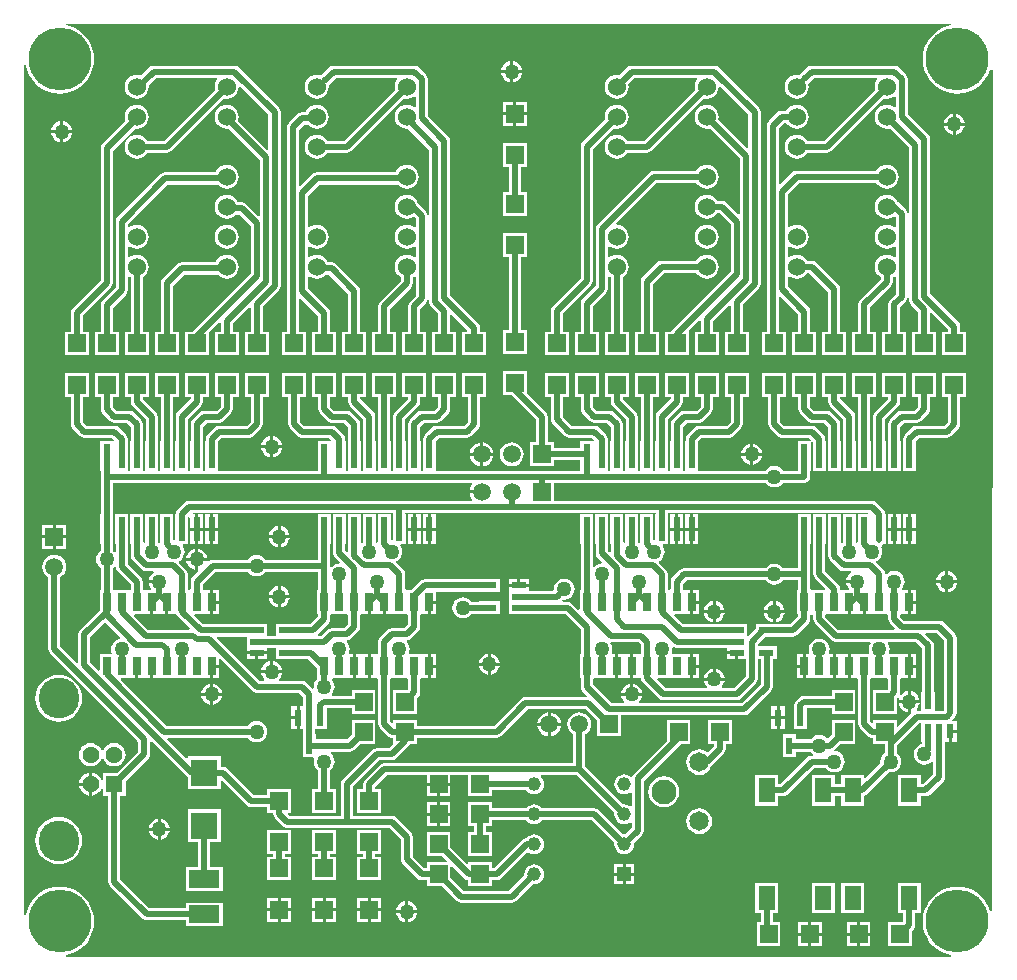
<source format=gtl>
G04 Layer_Physical_Order=1*
G04 Layer_Color=255*
%FSLAX25Y25*%
%MOIN*%
G70*
G01*
G75*
%ADD10R,0.05512X0.08268*%
%ADD11R,0.05906X0.05906*%
%ADD12R,0.05906X0.05906*%
%ADD13R,0.02559X0.06004*%
%ADD14R,0.04724X0.02362*%
%ADD15R,0.02362X0.05709*%
%ADD16R,0.02362X0.04724*%
%ADD17R,0.02362X0.07874*%
%ADD18R,0.10236X0.05906*%
%ADD19R,0.09055X0.09055*%
%ADD20C,0.01969*%
%ADD21C,0.05906*%
%ADD22C,0.20945*%
%ADD23C,0.06496*%
%ADD24C,0.08268*%
%ADD25C,0.06000*%
%ADD26C,0.04567*%
%ADD27R,0.04567X0.04567*%
%ADD28C,0.13583*%
%ADD29C,0.05634*%
%ADD30R,0.05634X0.05634*%
%ADD31C,0.05000*%
G36*
X308993Y310524D02*
X307468Y310157D01*
X305799Y309466D01*
X304259Y308523D01*
X302886Y307350D01*
X301713Y305977D01*
X300770Y304437D01*
X300079Y302769D01*
X299657Y301013D01*
X299516Y299213D01*
X299657Y297412D01*
X300079Y295656D01*
X300770Y293988D01*
X301713Y292448D01*
X302886Y291075D01*
X304259Y289902D01*
X305799Y288959D01*
X307468Y288268D01*
X309223Y287846D01*
X311024Y287705D01*
X312824Y287846D01*
X314580Y288268D01*
X316248Y288959D01*
X317788Y289902D01*
X319161Y291075D01*
X320334Y292448D01*
X321277Y293988D01*
X321953Y295618D01*
X322194Y295718D01*
X322462Y295773D01*
X322835Y295276D01*
X322503Y15281D01*
X322003Y15222D01*
X321968Y15367D01*
X321277Y17036D01*
X320334Y18575D01*
X319161Y19948D01*
X317788Y21121D01*
X316248Y22065D01*
X314580Y22756D01*
X312824Y23177D01*
X311024Y23319D01*
X309223Y23177D01*
X307468Y22756D01*
X305799Y22065D01*
X304259Y21121D01*
X302886Y19948D01*
X301713Y18575D01*
X300770Y17036D01*
X300079Y15367D01*
X299657Y13611D01*
X299516Y11811D01*
X299657Y10011D01*
X300079Y8255D01*
X300770Y6587D01*
X301713Y5047D01*
X302886Y3674D01*
X304259Y2501D01*
X305799Y1557D01*
X307468Y866D01*
X308993Y500D01*
X308934Y0D01*
X13901D01*
X13841Y500D01*
X15367Y866D01*
X17036Y1557D01*
X18575Y2501D01*
X19948Y3674D01*
X21121Y5047D01*
X22065Y6587D01*
X22756Y8255D01*
X23177Y10011D01*
X23319Y11811D01*
X23177Y13611D01*
X22756Y15367D01*
X22065Y17036D01*
X21121Y18575D01*
X19948Y19948D01*
X18575Y21121D01*
X17036Y22065D01*
X15367Y22756D01*
X13611Y23177D01*
X11811Y23319D01*
X10011Y23177D01*
X8255Y22756D01*
X6587Y22065D01*
X5047Y21121D01*
X3674Y19948D01*
X2501Y18575D01*
X1557Y17036D01*
X866Y15367D01*
X500Y13841D01*
X0Y13901D01*
Y297123D01*
X500Y297182D01*
X866Y295656D01*
X1557Y293988D01*
X2501Y292448D01*
X3674Y291075D01*
X5047Y289902D01*
X6587Y288959D01*
X8255Y288268D01*
X10011Y287846D01*
X11811Y287705D01*
X13611Y287846D01*
X15367Y288268D01*
X17036Y288959D01*
X18575Y289902D01*
X19948Y291075D01*
X21121Y292448D01*
X22065Y293988D01*
X22756Y295656D01*
X23177Y297412D01*
X23319Y299213D01*
X23177Y301013D01*
X22756Y302769D01*
X22065Y304437D01*
X21121Y305977D01*
X19948Y307350D01*
X18575Y308523D01*
X17036Y309466D01*
X15367Y310157D01*
X13841Y310524D01*
X13901Y311024D01*
X308934Y311024D01*
X308993Y310524D01*
D02*
G37*
%LPC*%
G36*
X163000Y298464D02*
Y295500D01*
X165964D01*
X165910Y295914D01*
X165557Y296765D01*
X164996Y297496D01*
X164265Y298057D01*
X163414Y298410D01*
X163000Y298464D01*
D02*
G37*
G36*
X162000D02*
X161586Y298410D01*
X160735Y298057D01*
X160004Y297496D01*
X159443Y296765D01*
X159090Y295914D01*
X159036Y295500D01*
X162000D01*
Y298464D01*
D02*
G37*
G36*
X222049Y297023D02*
X202500D01*
X201726Y296869D01*
X201069Y296431D01*
X198537Y293898D01*
X197500Y294035D01*
X196456Y293897D01*
X195483Y293494D01*
X194647Y292853D01*
X194006Y292017D01*
X193603Y291044D01*
X193465Y290000D01*
X193603Y288956D01*
X194006Y287983D01*
X194647Y287147D01*
X195483Y286506D01*
X196456Y286103D01*
X197500Y285965D01*
X198544Y286103D01*
X199517Y286506D01*
X200353Y287147D01*
X200994Y287983D01*
X201397Y288956D01*
X201535Y290000D01*
X201398Y291037D01*
X203338Y292977D01*
X221985D01*
X222064Y292961D01*
X224100D01*
X224347Y292461D01*
X224006Y292017D01*
X223603Y291044D01*
X223465Y290000D01*
X223602Y288963D01*
X206662Y272023D01*
X200990D01*
X200353Y272853D01*
X199517Y273494D01*
X198544Y273897D01*
X197500Y274035D01*
X196456Y273897D01*
X195483Y273494D01*
X194647Y272853D01*
X194006Y272017D01*
X193603Y271044D01*
X193465Y270000D01*
X193603Y268956D01*
X194006Y267983D01*
X194647Y267147D01*
X195483Y266506D01*
X196456Y266103D01*
X197500Y265966D01*
X198544Y266103D01*
X199517Y266506D01*
X200353Y267147D01*
X200990Y267977D01*
X207500D01*
X208274Y268131D01*
X208931Y268569D01*
X226463Y286102D01*
X227500Y285965D01*
X228544Y286103D01*
X229517Y286506D01*
X230353Y287147D01*
X230994Y287983D01*
X231397Y288956D01*
X231523Y289909D01*
X231967Y290172D01*
X241414Y280725D01*
Y269601D01*
X240952Y269409D01*
X231398Y278963D01*
X231535Y280000D01*
X231397Y281044D01*
X230994Y282017D01*
X230353Y282853D01*
X229517Y283494D01*
X228544Y283897D01*
X227500Y284034D01*
X226456Y283897D01*
X225483Y283494D01*
X224647Y282853D01*
X224006Y282017D01*
X223603Y281044D01*
X223465Y280000D01*
X223603Y278956D01*
X224006Y277983D01*
X224647Y277147D01*
X225483Y276506D01*
X226456Y276103D01*
X227500Y275965D01*
X228537Y276102D01*
X238445Y266194D01*
Y247569D01*
X237983Y247378D01*
X233931Y251431D01*
X233274Y251869D01*
X232500Y252023D01*
X230990D01*
X230353Y252853D01*
X229517Y253494D01*
X228544Y253897D01*
X227500Y254034D01*
X226456Y253897D01*
X225483Y253494D01*
X224647Y252853D01*
X224006Y252017D01*
X223603Y251044D01*
X223465Y250000D01*
X223603Y248956D01*
X224006Y247983D01*
X224647Y247147D01*
X225483Y246506D01*
X226456Y246103D01*
X227500Y245966D01*
X228544Y246103D01*
X229517Y246506D01*
X230353Y247147D01*
X230990Y247977D01*
X231662D01*
X235477Y244162D01*
Y228338D01*
X216069Y208931D01*
X215676Y208343D01*
X213547D01*
Y200437D01*
X221453D01*
Y208343D01*
X221453Y208343D01*
X221453D01*
X221634Y208773D01*
X224977Y212116D01*
X225477Y211909D01*
Y208343D01*
X223547D01*
Y200437D01*
X231453D01*
Y208343D01*
X229523D01*
Y211662D01*
X235015Y217154D01*
X235477Y216963D01*
Y208343D01*
X233547D01*
Y200437D01*
X241453D01*
Y208343D01*
X239523D01*
Y217464D01*
X244868Y222808D01*
X245306Y223465D01*
X245460Y224239D01*
Y281563D01*
X245306Y282337D01*
X244868Y282994D01*
X231446Y296415D01*
X230790Y296853D01*
X230016Y297007D01*
X222128D01*
X222049Y297023D01*
D02*
G37*
G36*
X290000D02*
X262500D01*
X261726Y296869D01*
X261069Y296431D01*
X258569Y293931D01*
X258546Y293896D01*
X258544Y293897D01*
X257500Y294035D01*
X256456Y293897D01*
X255483Y293494D01*
X254647Y292853D01*
X254006Y292017D01*
X253603Y291044D01*
X253466Y290000D01*
X253603Y288956D01*
X254006Y287983D01*
X254647Y287147D01*
X255483Y286506D01*
X256456Y286103D01*
X257500Y285965D01*
X258544Y286103D01*
X259517Y286506D01*
X260353Y287147D01*
X260994Y287983D01*
X261397Y288956D01*
X261535Y290000D01*
X261397Y291044D01*
X261396Y291046D01*
X261431Y291069D01*
X263338Y292977D01*
X284112D01*
X284359Y292477D01*
X284006Y292017D01*
X283603Y291044D01*
X283466Y290000D01*
X283602Y288963D01*
X266662Y272023D01*
X260989D01*
X260353Y272853D01*
X259517Y273494D01*
X258544Y273897D01*
X257500Y274035D01*
X256456Y273897D01*
X255483Y273494D01*
X254647Y272853D01*
X254006Y272017D01*
X253603Y271044D01*
X253466Y270000D01*
X253603Y268956D01*
X254006Y267983D01*
X254647Y267147D01*
X255483Y266506D01*
X256456Y266103D01*
X257500Y265966D01*
X258544Y266103D01*
X259517Y266506D01*
X260353Y267147D01*
X260989Y267977D01*
X267500D01*
X268274Y268131D01*
X268931Y268569D01*
X286463Y286102D01*
X287500Y285965D01*
X288544Y286103D01*
X289517Y286506D01*
X289977Y286859D01*
X290477Y286612D01*
Y283388D01*
X289977Y283141D01*
X289517Y283494D01*
X288544Y283897D01*
X287500Y284034D01*
X286456Y283897D01*
X285483Y283494D01*
X284647Y282853D01*
X284006Y282017D01*
X283603Y281044D01*
X283466Y280000D01*
X283603Y278956D01*
X284006Y277983D01*
X284647Y277147D01*
X285483Y276506D01*
X286456Y276103D01*
X287500Y275965D01*
X288537Y276102D01*
X295008Y269631D01*
Y247623D01*
X294508Y247574D01*
X294369Y248274D01*
X293931Y248931D01*
X291431Y251431D01*
X291163Y251609D01*
X290994Y252017D01*
X290353Y252853D01*
X289517Y253494D01*
X288544Y253897D01*
X287500Y254034D01*
X286456Y253897D01*
X285483Y253494D01*
X284647Y252853D01*
X284006Y252017D01*
X283603Y251044D01*
X283466Y250000D01*
X283603Y248956D01*
X284006Y247983D01*
X284647Y247147D01*
X285483Y246506D01*
X286456Y246103D01*
X287500Y245966D01*
X288544Y246103D01*
X289517Y246506D01*
X290096Y246950D01*
X290477Y246635D01*
Y243388D01*
X289977Y243141D01*
X289517Y243494D01*
X288544Y243897D01*
X287500Y244035D01*
X286456Y243897D01*
X285483Y243494D01*
X284647Y242853D01*
X284006Y242017D01*
X283603Y241044D01*
X283466Y240000D01*
X283603Y238956D01*
X284006Y237983D01*
X284647Y237147D01*
X285483Y236506D01*
X286456Y236103D01*
X287500Y235965D01*
X288544Y236103D01*
X289517Y236506D01*
X289977Y236859D01*
X290477Y236612D01*
Y233388D01*
X289977Y233141D01*
X289517Y233494D01*
X288544Y233897D01*
X287500Y234034D01*
X286456Y233897D01*
X285483Y233494D01*
X284647Y232853D01*
X284006Y232017D01*
X283603Y231044D01*
X283466Y230000D01*
X283603Y228956D01*
X284006Y227983D01*
X284647Y227147D01*
X285477Y226511D01*
Y225838D01*
X278569Y218931D01*
X278131Y218274D01*
X277977Y217500D01*
Y208343D01*
X276047D01*
Y200437D01*
X283953D01*
Y208343D01*
X282023D01*
Y216662D01*
X288931Y223569D01*
X289369Y224226D01*
X289523Y225000D01*
Y226511D01*
X289977Y226859D01*
X290477Y226612D01*
Y220838D01*
X288569Y218931D01*
X288131Y218274D01*
X287977Y217500D01*
Y208343D01*
X286047D01*
Y200437D01*
X293953D01*
Y208343D01*
X292023D01*
Y216662D01*
X293931Y218569D01*
X294369Y219226D01*
X294508Y219926D01*
X295008Y219877D01*
Y218770D01*
X295162Y217996D01*
X295601Y217340D01*
X297977Y214964D01*
Y208343D01*
X296047D01*
Y200437D01*
X303953D01*
Y208343D01*
X302023D01*
Y214462D01*
X302485Y214654D01*
X307977Y209162D01*
Y208343D01*
X306047D01*
Y200437D01*
X313953D01*
Y208343D01*
X312023D01*
Y210000D01*
X311869Y210774D01*
X311431Y211431D01*
X302023Y220838D01*
Y272500D01*
X301869Y273274D01*
X301431Y273931D01*
X294523Y280838D01*
Y292500D01*
X294369Y293274D01*
X293931Y293931D01*
X291431Y296431D01*
X290774Y296869D01*
X290000Y297023D01*
D02*
G37*
G36*
X130016Y297007D02*
X103094D01*
X102320Y296853D01*
X101664Y296415D01*
X98970Y293721D01*
X98544Y293897D01*
X97500Y294035D01*
X96456Y293897D01*
X95483Y293494D01*
X94647Y292853D01*
X94006Y292017D01*
X93603Y291044D01*
X93466Y290000D01*
X93603Y288956D01*
X94006Y287983D01*
X94647Y287147D01*
X95483Y286506D01*
X96456Y286103D01*
X97500Y285965D01*
X98544Y286103D01*
X99517Y286506D01*
X100353Y287147D01*
X100994Y287983D01*
X101397Y288956D01*
X101534Y290000D01*
X101469Y290498D01*
X103932Y292961D01*
X124100D01*
X124347Y292461D01*
X124006Y292017D01*
X123603Y291044D01*
X123466Y290000D01*
X123602Y288963D01*
X106662Y272023D01*
X100989D01*
X100353Y272853D01*
X99517Y273494D01*
X98544Y273897D01*
X97500Y274035D01*
X96456Y273897D01*
X95483Y273494D01*
X94647Y272853D01*
X94006Y272017D01*
X93603Y271044D01*
X93466Y270000D01*
X93603Y268956D01*
X94006Y267983D01*
X94647Y267147D01*
X95483Y266506D01*
X96456Y266103D01*
X97500Y265966D01*
X98544Y266103D01*
X99517Y266506D01*
X100353Y267147D01*
X100989Y267977D01*
X107500D01*
X108274Y268131D01*
X108931Y268569D01*
X126463Y286102D01*
X127500Y285965D01*
X128544Y286103D01*
X129517Y286506D01*
X129977Y286859D01*
X130477Y286612D01*
Y283388D01*
X129977Y283141D01*
X129517Y283494D01*
X128544Y283897D01*
X127500Y284034D01*
X126456Y283897D01*
X125483Y283494D01*
X124647Y282853D01*
X124006Y282017D01*
X123603Y281044D01*
X123466Y280000D01*
X123603Y278956D01*
X124006Y277983D01*
X124647Y277147D01*
X125483Y276506D01*
X126456Y276103D01*
X127500Y275965D01*
X127998Y276031D01*
X135008Y269020D01*
Y247013D01*
X134508Y246964D01*
X134369Y247664D01*
X133931Y248320D01*
X131431Y250820D01*
X131426Y250823D01*
X131397Y251044D01*
X130994Y252017D01*
X130353Y252853D01*
X129517Y253494D01*
X128544Y253897D01*
X127500Y254034D01*
X126456Y253897D01*
X125483Y253494D01*
X124647Y252853D01*
X124006Y252017D01*
X123603Y251044D01*
X123466Y250000D01*
X123603Y248956D01*
X124006Y247983D01*
X124647Y247147D01*
X125483Y246506D01*
X126456Y246103D01*
X127500Y245966D01*
X128544Y246103D01*
X129517Y246506D01*
X129803Y246725D01*
X130477Y246052D01*
Y243388D01*
X129977Y243141D01*
X129517Y243494D01*
X128544Y243897D01*
X127500Y244035D01*
X126456Y243897D01*
X125483Y243494D01*
X124647Y242853D01*
X124006Y242017D01*
X123603Y241044D01*
X123466Y240000D01*
X123603Y238956D01*
X124006Y237983D01*
X124647Y237147D01*
X125483Y236506D01*
X126456Y236103D01*
X127500Y235965D01*
X128544Y236103D01*
X129517Y236506D01*
X129977Y236859D01*
X130477Y236612D01*
Y233388D01*
X129977Y233141D01*
X129517Y233494D01*
X128544Y233897D01*
X127500Y234034D01*
X126456Y233897D01*
X125483Y233494D01*
X124647Y232853D01*
X124006Y232017D01*
X123603Y231044D01*
X123466Y230000D01*
X123603Y228956D01*
X124006Y227983D01*
X124647Y227147D01*
X125477Y226511D01*
Y225228D01*
X118569Y218320D01*
X118131Y217664D01*
X117977Y216890D01*
Y208343D01*
X116047D01*
Y200437D01*
X123953D01*
Y208343D01*
X122023D01*
Y216052D01*
X128931Y222959D01*
X129369Y223616D01*
X129523Y224390D01*
Y226511D01*
X129977Y226859D01*
X130477Y226612D01*
Y220228D01*
X128569Y218320D01*
X128131Y217664D01*
X127977Y216890D01*
Y208343D01*
X126047D01*
Y200437D01*
X133953D01*
Y208343D01*
X132023D01*
Y216052D01*
X133931Y217959D01*
X134369Y218616D01*
X134508Y219316D01*
X135008Y219266D01*
Y218160D01*
X135162Y217386D01*
X135601Y216730D01*
X137977Y214354D01*
Y208343D01*
X136047D01*
Y200437D01*
X143953D01*
Y208343D01*
X142023D01*
Y213852D01*
X142485Y214044D01*
X147686Y208842D01*
X147479Y208343D01*
X146047D01*
Y200437D01*
X153953D01*
Y208343D01*
X152023D01*
Y209390D01*
X151869Y210164D01*
X151431Y210820D01*
X142023Y220228D01*
Y271890D01*
X141869Y272664D01*
X141431Y273320D01*
X134523Y280228D01*
Y292500D01*
X134369Y293274D01*
X133931Y293931D01*
X131446Y296415D01*
X130790Y296853D01*
X130016Y297007D01*
D02*
G37*
G36*
X61439Y297023D02*
X43110D01*
X42336Y296869D01*
X41680Y296431D01*
X38970Y293721D01*
X38544Y293897D01*
X37500Y294035D01*
X36456Y293897D01*
X35483Y293494D01*
X34647Y292853D01*
X34006Y292017D01*
X33603Y291044D01*
X33465Y290000D01*
X33603Y288956D01*
X34006Y287983D01*
X34647Y287147D01*
X35483Y286506D01*
X36456Y286103D01*
X37500Y285965D01*
X38544Y286103D01*
X39517Y286506D01*
X40353Y287147D01*
X40994Y287983D01*
X41397Y288956D01*
X41535Y290000D01*
X41469Y290498D01*
X43948Y292977D01*
X61375D01*
X61454Y292961D01*
X64100D01*
X64347Y292461D01*
X64006Y292017D01*
X63603Y291044D01*
X63465Y290000D01*
X63602Y288963D01*
X46662Y272023D01*
X40990D01*
X40353Y272853D01*
X39517Y273494D01*
X38544Y273897D01*
X37500Y274035D01*
X36456Y273897D01*
X35483Y273494D01*
X34647Y272853D01*
X34006Y272017D01*
X33603Y271044D01*
X33465Y270000D01*
X33603Y268956D01*
X34006Y267983D01*
X34647Y267147D01*
X35483Y266506D01*
X36456Y266103D01*
X37500Y265966D01*
X38544Y266103D01*
X39517Y266506D01*
X40353Y267147D01*
X40990Y267977D01*
X47500D01*
X48274Y268131D01*
X48931Y268569D01*
X66463Y286102D01*
X67500Y285965D01*
X68544Y286103D01*
X69517Y286506D01*
X70353Y287147D01*
X70994Y287983D01*
X71397Y288956D01*
X71523Y289909D01*
X71967Y290172D01*
X81414Y280725D01*
Y268990D01*
X80952Y268799D01*
X71221Y278530D01*
X71397Y278956D01*
X71535Y280000D01*
X71397Y281044D01*
X70994Y282017D01*
X70353Y282853D01*
X69517Y283494D01*
X68544Y283897D01*
X67500Y284034D01*
X66456Y283897D01*
X65483Y283494D01*
X64647Y282853D01*
X64006Y282017D01*
X63603Y281044D01*
X63465Y280000D01*
X63603Y278956D01*
X64006Y277983D01*
X64647Y277147D01*
X65483Y276506D01*
X66456Y276103D01*
X67500Y275965D01*
X67998Y276031D01*
X78445Y265583D01*
Y246959D01*
X77983Y246767D01*
X73931Y250820D01*
X73274Y251259D01*
X72500Y251413D01*
X71244D01*
X70994Y252017D01*
X70353Y252853D01*
X69517Y253494D01*
X68544Y253897D01*
X67500Y254034D01*
X66456Y253897D01*
X65483Y253494D01*
X64647Y252853D01*
X64006Y252017D01*
X63603Y251044D01*
X63465Y250000D01*
X63603Y248956D01*
X64006Y247983D01*
X64647Y247147D01*
X65483Y246506D01*
X66456Y246103D01*
X67500Y245966D01*
X68544Y246103D01*
X69517Y246506D01*
X70353Y247147D01*
X70521Y247367D01*
X71662D01*
X75477Y243552D01*
Y227728D01*
X56092Y208343D01*
X53547D01*
Y200437D01*
X61453D01*
Y207981D01*
X64977Y211506D01*
X65477Y211298D01*
Y208343D01*
X63547D01*
Y200437D01*
X71453D01*
Y208343D01*
X69523D01*
Y211052D01*
X75015Y216544D01*
X75477Y216352D01*
Y208343D01*
X73547D01*
Y200437D01*
X81453D01*
Y208343D01*
X79523D01*
Y216854D01*
X84868Y222198D01*
X85306Y222854D01*
X85460Y223629D01*
Y281563D01*
X85306Y282337D01*
X84868Y282994D01*
X71446Y296415D01*
X70790Y296853D01*
X70016Y297007D01*
X61518D01*
X61439Y297023D01*
D02*
G37*
G36*
X165964Y294500D02*
X163000D01*
Y291536D01*
X163414Y291590D01*
X164265Y291943D01*
X164996Y292504D01*
X165557Y293235D01*
X165910Y294086D01*
X165964Y294500D01*
D02*
G37*
G36*
X162000D02*
X159036D01*
X159090Y294086D01*
X159443Y293235D01*
X160004Y292504D01*
X160735Y291943D01*
X161586Y291590D01*
X162000Y291536D01*
Y294500D01*
D02*
G37*
G36*
X167453Y284842D02*
X164000D01*
Y281390D01*
X167453D01*
Y284842D01*
D02*
G37*
G36*
X163000D02*
X159547D01*
Y281390D01*
X163000D01*
Y284842D01*
D02*
G37*
G36*
X310500Y280964D02*
Y278000D01*
X313464D01*
X313410Y278414D01*
X313057Y279265D01*
X312496Y279996D01*
X311765Y280557D01*
X310914Y280910D01*
X310500Y280964D01*
D02*
G37*
G36*
X309500D02*
X309086Y280910D01*
X308235Y280557D01*
X307504Y279996D01*
X306943Y279265D01*
X306590Y278414D01*
X306536Y278000D01*
X309500D01*
Y280964D01*
D02*
G37*
G36*
X167453Y280390D02*
X164000D01*
Y276937D01*
X167453D01*
Y280390D01*
D02*
G37*
G36*
X163000D02*
X159547D01*
Y276937D01*
X163000D01*
Y280390D01*
D02*
G37*
G36*
X257500Y284034D02*
X256456Y283897D01*
X255483Y283494D01*
X254647Y282853D01*
X254011Y282023D01*
X252500D01*
X251726Y281869D01*
X251069Y281431D01*
X248101Y278462D01*
X247662Y277806D01*
X247508Y277031D01*
Y208343D01*
X246047D01*
Y200437D01*
X253953D01*
Y208343D01*
X251555D01*
Y219931D01*
X252017Y220122D01*
X257977Y214162D01*
Y208343D01*
X256047D01*
Y200437D01*
X263953D01*
Y208343D01*
X262023D01*
Y215000D01*
X261869Y215774D01*
X261431Y216431D01*
X254523Y223338D01*
Y226612D01*
X255023Y226859D01*
X255483Y226506D01*
X256456Y226103D01*
X257500Y225965D01*
X258544Y226103D01*
X259517Y226506D01*
X260353Y227147D01*
X260989Y227977D01*
X261662D01*
X267977Y221662D01*
Y208343D01*
X266047D01*
Y200437D01*
X273953D01*
Y208343D01*
X272023D01*
Y222500D01*
X271869Y223274D01*
X271431Y223931D01*
X263931Y231431D01*
X263274Y231869D01*
X262500Y232023D01*
X260989D01*
X260353Y232853D01*
X259517Y233494D01*
X258544Y233897D01*
X257500Y234034D01*
X256456Y233897D01*
X255483Y233494D01*
X255023Y233141D01*
X254523Y233388D01*
Y236612D01*
X255023Y236859D01*
X255483Y236506D01*
X256456Y236103D01*
X257500Y235965D01*
X258544Y236103D01*
X259517Y236506D01*
X260353Y237147D01*
X260994Y237983D01*
X261397Y238956D01*
X261535Y240000D01*
X261397Y241044D01*
X260994Y242017D01*
X260353Y242853D01*
X259517Y243494D01*
X258544Y243897D01*
X257500Y244035D01*
X256456Y243897D01*
X255483Y243494D01*
X255023Y243141D01*
X254523Y243388D01*
Y254162D01*
X258338Y257977D01*
X284011D01*
X284647Y257147D01*
X285483Y256506D01*
X286456Y256103D01*
X287500Y255965D01*
X288544Y256103D01*
X289517Y256506D01*
X290353Y257147D01*
X290994Y257983D01*
X291397Y258956D01*
X291534Y260000D01*
X291397Y261044D01*
X290994Y262017D01*
X290353Y262853D01*
X289517Y263494D01*
X288544Y263897D01*
X287500Y264035D01*
X286456Y263897D01*
X285483Y263494D01*
X284647Y262853D01*
X284011Y262023D01*
X257500D01*
X256726Y261869D01*
X256069Y261431D01*
X252017Y257378D01*
X251555Y257569D01*
Y276193D01*
X253338Y277977D01*
X254011D01*
X254647Y277147D01*
X255483Y276506D01*
X256456Y276103D01*
X257500Y275965D01*
X258544Y276103D01*
X259517Y276506D01*
X260353Y277147D01*
X260994Y277983D01*
X261397Y278956D01*
X261535Y280000D01*
X261397Y281044D01*
X260994Y282017D01*
X260353Y282853D01*
X259517Y283494D01*
X258544Y283897D01*
X257500Y284034D01*
D02*
G37*
G36*
X197500D02*
X196456Y283897D01*
X195483Y283494D01*
X194647Y282853D01*
X194006Y282017D01*
X193603Y281044D01*
X193465Y280000D01*
X193602Y278963D01*
X186069Y271431D01*
X185631Y270774D01*
X185477Y270000D01*
Y226005D01*
X176069Y216598D01*
X175631Y215942D01*
X175477Y215167D01*
Y208343D01*
X173547D01*
Y200437D01*
X181453D01*
Y208343D01*
X179523D01*
Y214329D01*
X188931Y223737D01*
X189369Y224393D01*
X189523Y225167D01*
Y269162D01*
X196463Y276102D01*
X197500Y275965D01*
X198544Y276103D01*
X199517Y276506D01*
X200353Y277147D01*
X200994Y277983D01*
X201397Y278956D01*
X201535Y280000D01*
X201397Y281044D01*
X200994Y282017D01*
X200353Y282853D01*
X199517Y283494D01*
X198544Y283897D01*
X197500Y284034D01*
D02*
G37*
G36*
X97500D02*
X96456Y283897D01*
X95483Y283494D01*
X94647Y282853D01*
X94006Y282017D01*
X93756Y281413D01*
X92500D01*
X91726Y281259D01*
X91069Y280820D01*
X88101Y277852D01*
X87662Y277196D01*
X87508Y276421D01*
Y208343D01*
X86047D01*
Y200437D01*
X93953D01*
Y208343D01*
X91555D01*
Y219321D01*
X92017Y219512D01*
X97977Y213552D01*
Y208343D01*
X96047D01*
Y200437D01*
X103953D01*
Y208343D01*
X102023D01*
Y214390D01*
X101869Y215164D01*
X101431Y215820D01*
X94523Y222728D01*
Y226612D01*
X95023Y226859D01*
X95483Y226506D01*
X96456Y226103D01*
X97500Y225965D01*
X98544Y226103D01*
X99517Y226506D01*
X100353Y227147D01*
X100521Y227367D01*
X101662D01*
X107977Y221052D01*
Y208343D01*
X106047D01*
Y200437D01*
X113953D01*
Y208343D01*
X112023D01*
Y221890D01*
X111869Y222664D01*
X111431Y223320D01*
X103931Y230820D01*
X103274Y231259D01*
X102500Y231413D01*
X101244D01*
X100994Y232017D01*
X100353Y232853D01*
X99517Y233494D01*
X98544Y233897D01*
X97500Y234034D01*
X96456Y233897D01*
X95483Y233494D01*
X95023Y233141D01*
X94523Y233388D01*
Y236612D01*
X95023Y236859D01*
X95483Y236506D01*
X96456Y236103D01*
X97500Y235965D01*
X98544Y236103D01*
X99517Y236506D01*
X100353Y237147D01*
X100994Y237983D01*
X101397Y238956D01*
X101534Y240000D01*
X101397Y241044D01*
X100994Y242017D01*
X100353Y242853D01*
X99517Y243494D01*
X98544Y243897D01*
X97500Y244035D01*
X96456Y243897D01*
X95483Y243494D01*
X95023Y243141D01*
X94523Y243388D01*
Y253552D01*
X98338Y257367D01*
X124479D01*
X124647Y257147D01*
X125483Y256506D01*
X126456Y256103D01*
X127500Y255965D01*
X128544Y256103D01*
X129517Y256506D01*
X130353Y257147D01*
X130994Y257983D01*
X131397Y258956D01*
X131535Y260000D01*
X131397Y261044D01*
X130994Y262017D01*
X130353Y262853D01*
X129517Y263494D01*
X128544Y263897D01*
X127500Y264035D01*
X126456Y263897D01*
X125483Y263494D01*
X124647Y262853D01*
X124006Y262017D01*
X123756Y261413D01*
X97500D01*
X96726Y261259D01*
X96069Y260820D01*
X92017Y256767D01*
X91555Y256959D01*
Y275583D01*
X93338Y277367D01*
X94479D01*
X94647Y277147D01*
X95483Y276506D01*
X96456Y276103D01*
X97500Y275965D01*
X98544Y276103D01*
X99517Y276506D01*
X100353Y277147D01*
X100994Y277983D01*
X101397Y278956D01*
X101534Y280000D01*
X101397Y281044D01*
X100994Y282017D01*
X100353Y282853D01*
X99517Y283494D01*
X98544Y283897D01*
X97500Y284034D01*
D02*
G37*
G36*
X37500D02*
X36456Y283897D01*
X35483Y283494D01*
X34647Y282853D01*
X34006Y282017D01*
X33603Y281044D01*
X33465Y280000D01*
X33603Y278956D01*
X33779Y278530D01*
X26069Y270820D01*
X25631Y270164D01*
X25477Y269390D01*
Y225395D01*
X16069Y215988D01*
X15631Y215331D01*
X15477Y214557D01*
Y208343D01*
X13547D01*
Y200437D01*
X21453D01*
Y208343D01*
X19523D01*
Y213719D01*
X28931Y223127D01*
X29369Y223783D01*
X29523Y224557D01*
Y268552D01*
X37002Y276031D01*
X37500Y275965D01*
X38544Y276103D01*
X39517Y276506D01*
X40353Y277147D01*
X40994Y277983D01*
X41397Y278956D01*
X41535Y280000D01*
X41397Y281044D01*
X40994Y282017D01*
X40353Y282853D01*
X39517Y283494D01*
X38544Y283897D01*
X37500Y284034D01*
D02*
G37*
G36*
X13000Y278464D02*
Y275500D01*
X15964D01*
X15910Y275914D01*
X15557Y276765D01*
X14996Y277496D01*
X14265Y278057D01*
X13414Y278410D01*
X13000Y278464D01*
D02*
G37*
G36*
X12000D02*
X11586Y278410D01*
X10735Y278057D01*
X10004Y277496D01*
X9443Y276765D01*
X9090Y275914D01*
X9036Y275500D01*
X12000D01*
Y278464D01*
D02*
G37*
G36*
X313464Y277000D02*
X310500D01*
Y274036D01*
X310914Y274090D01*
X311765Y274443D01*
X312496Y275004D01*
X313057Y275735D01*
X313410Y276586D01*
X313464Y277000D01*
D02*
G37*
G36*
X309500D02*
X306536D01*
X306590Y276586D01*
X306943Y275735D01*
X307504Y275004D01*
X308235Y274443D01*
X309086Y274090D01*
X309500Y274036D01*
Y277000D01*
D02*
G37*
G36*
X15964Y274500D02*
X13000D01*
Y271536D01*
X13414Y271590D01*
X14265Y271943D01*
X14996Y272504D01*
X15557Y273235D01*
X15910Y274086D01*
X15964Y274500D01*
D02*
G37*
G36*
X12000D02*
X9036D01*
X9090Y274086D01*
X9443Y273235D01*
X10004Y272504D01*
X10735Y271943D01*
X11586Y271590D01*
X12000Y271536D01*
Y274500D01*
D02*
G37*
G36*
X227500Y264035D02*
X226456Y263897D01*
X225483Y263494D01*
X224647Y262853D01*
X224010Y262023D01*
X210000D01*
X209226Y261869D01*
X208569Y261431D01*
X191069Y243931D01*
X190631Y243274D01*
X190477Y242500D01*
Y223505D01*
X186069Y219098D01*
X185631Y218442D01*
X185477Y217667D01*
Y208343D01*
X183547D01*
Y200437D01*
X191453D01*
Y208343D01*
X189523D01*
Y216829D01*
X193931Y221237D01*
X194369Y221893D01*
X194523Y222667D01*
Y226612D01*
X195023Y226859D01*
X195477Y226511D01*
Y208343D01*
X193547D01*
Y200437D01*
X201453D01*
Y208343D01*
X199523D01*
Y226511D01*
X200353Y227147D01*
X200994Y227983D01*
X201397Y228956D01*
X201535Y230000D01*
X201397Y231044D01*
X200994Y232017D01*
X200353Y232853D01*
X199517Y233494D01*
X198544Y233897D01*
X197500Y234034D01*
X196456Y233897D01*
X195483Y233494D01*
X195023Y233141D01*
X194523Y233388D01*
Y236612D01*
X195023Y236859D01*
X195483Y236506D01*
X196456Y236103D01*
X197500Y235965D01*
X198544Y236103D01*
X199517Y236506D01*
X200353Y237147D01*
X200994Y237983D01*
X201397Y238956D01*
X201535Y240000D01*
X201397Y241044D01*
X200994Y242017D01*
X200353Y242853D01*
X199517Y243494D01*
X198544Y243897D01*
X197591Y244023D01*
X197328Y244467D01*
X210838Y257977D01*
X224010D01*
X224647Y257147D01*
X225483Y256506D01*
X226456Y256103D01*
X227500Y255965D01*
X228544Y256103D01*
X229517Y256506D01*
X230353Y257147D01*
X230994Y257983D01*
X231397Y258956D01*
X231535Y260000D01*
X231397Y261044D01*
X230994Y262017D01*
X230353Y262853D01*
X229517Y263494D01*
X228544Y263897D01*
X227500Y264035D01*
D02*
G37*
G36*
X67500D02*
X66456Y263897D01*
X65483Y263494D01*
X64647Y262853D01*
X64006Y262017D01*
X63756Y261413D01*
X46890D01*
X46115Y261259D01*
X45459Y260820D01*
X31069Y246431D01*
X30631Y245774D01*
X30477Y245000D01*
Y222895D01*
X26069Y218488D01*
X25631Y217831D01*
X25477Y217057D01*
Y208343D01*
X23547D01*
Y200437D01*
X31453D01*
Y208343D01*
X29523D01*
Y216219D01*
X33931Y220626D01*
X34369Y221283D01*
X34523Y222057D01*
Y226612D01*
X35023Y226859D01*
X35477Y226511D01*
Y208343D01*
X33547D01*
Y200437D01*
X41453D01*
Y208343D01*
X39523D01*
Y226511D01*
X40353Y227147D01*
X40994Y227983D01*
X41397Y228956D01*
X41535Y230000D01*
X41397Y231044D01*
X40994Y232017D01*
X40353Y232853D01*
X39517Y233494D01*
X38544Y233897D01*
X37500Y234034D01*
X36456Y233897D01*
X35483Y233494D01*
X35023Y233141D01*
X34523Y233388D01*
Y236612D01*
X35023Y236859D01*
X35483Y236506D01*
X36456Y236103D01*
X37500Y235965D01*
X38544Y236103D01*
X39517Y236506D01*
X40353Y237147D01*
X40994Y237983D01*
X41397Y238956D01*
X41535Y240000D01*
X41397Y241044D01*
X40994Y242017D01*
X40353Y242853D01*
X39517Y243494D01*
X38544Y243897D01*
X37500Y244035D01*
X36456Y243897D01*
X35483Y243494D01*
X35023Y243141D01*
X34523Y243388D01*
Y244162D01*
X47728Y257367D01*
X64479D01*
X64647Y257147D01*
X65483Y256506D01*
X66456Y256103D01*
X67500Y255965D01*
X68544Y256103D01*
X69517Y256506D01*
X70353Y257147D01*
X70994Y257983D01*
X71397Y258956D01*
X71535Y260000D01*
X71397Y261044D01*
X70994Y262017D01*
X70353Y262853D01*
X69517Y263494D01*
X68544Y263897D01*
X67500Y264035D01*
D02*
G37*
G36*
X167453Y271063D02*
X159547D01*
Y263158D01*
X161477D01*
Y254842D01*
X159547D01*
Y246937D01*
X167453D01*
Y254842D01*
X165523D01*
Y263158D01*
X167453D01*
Y271063D01*
D02*
G37*
G36*
X227500Y244035D02*
X226456Y243897D01*
X225483Y243494D01*
X224647Y242853D01*
X224006Y242017D01*
X223603Y241044D01*
X223465Y240000D01*
X223603Y238956D01*
X224006Y237983D01*
X224647Y237147D01*
X225483Y236506D01*
X226456Y236103D01*
X227500Y235965D01*
X228544Y236103D01*
X229517Y236506D01*
X230353Y237147D01*
X230994Y237983D01*
X231397Y238956D01*
X231535Y240000D01*
X231397Y241044D01*
X230994Y242017D01*
X230353Y242853D01*
X229517Y243494D01*
X228544Y243897D01*
X227500Y244035D01*
D02*
G37*
G36*
X67500D02*
X66456Y243897D01*
X65483Y243494D01*
X64647Y242853D01*
X64006Y242017D01*
X63603Y241044D01*
X63465Y240000D01*
X63603Y238956D01*
X64006Y237983D01*
X64647Y237147D01*
X65483Y236506D01*
X66456Y236103D01*
X67500Y235965D01*
X68544Y236103D01*
X69517Y236506D01*
X70353Y237147D01*
X70994Y237983D01*
X71397Y238956D01*
X71535Y240000D01*
X71397Y241044D01*
X70994Y242017D01*
X70353Y242853D01*
X69517Y243494D01*
X68544Y243897D01*
X67500Y244035D01*
D02*
G37*
G36*
X227500Y234034D02*
X226456Y233897D01*
X225483Y233494D01*
X224647Y232853D01*
X224010Y232023D01*
X212500D01*
X211726Y231869D01*
X211069Y231431D01*
X206069Y226431D01*
X205631Y225774D01*
X205477Y225000D01*
Y208343D01*
X203547D01*
Y200437D01*
X211453D01*
Y208343D01*
X209523D01*
Y224162D01*
X213338Y227977D01*
X224010D01*
X224647Y227147D01*
X225483Y226506D01*
X226456Y226103D01*
X227500Y225965D01*
X228544Y226103D01*
X229517Y226506D01*
X230353Y227147D01*
X230994Y227983D01*
X231397Y228956D01*
X231535Y230000D01*
X231397Y231044D01*
X230994Y232017D01*
X230353Y232853D01*
X229517Y233494D01*
X228544Y233897D01*
X227500Y234034D01*
D02*
G37*
G36*
X67500D02*
X66456Y233897D01*
X65483Y233494D01*
X64647Y232853D01*
X64006Y232017D01*
X63756Y231413D01*
X52500D01*
X51726Y231259D01*
X51069Y230820D01*
X46069Y225820D01*
X45631Y225164D01*
X45477Y224390D01*
Y208343D01*
X43547D01*
Y200437D01*
X51453D01*
Y208343D01*
X49523D01*
Y223552D01*
X53338Y227367D01*
X64479D01*
X64647Y227147D01*
X65483Y226506D01*
X66456Y226103D01*
X67500Y225965D01*
X68544Y226103D01*
X69517Y226506D01*
X70353Y227147D01*
X70994Y227983D01*
X71397Y228956D01*
X71535Y230000D01*
X71397Y231044D01*
X70994Y232017D01*
X70353Y232853D01*
X69517Y233494D01*
X68544Y233897D01*
X67500Y234034D01*
D02*
G37*
G36*
X167453Y241063D02*
X159547D01*
Y233157D01*
X161477D01*
Y208842D01*
X159547D01*
Y200937D01*
X167453D01*
Y208842D01*
X165523D01*
Y233157D01*
X167453D01*
Y241063D01*
D02*
G37*
G36*
X83000Y173464D02*
Y170500D01*
X85964D01*
X85910Y170914D01*
X85557Y171765D01*
X84996Y172496D01*
X84265Y173057D01*
X83414Y173410D01*
X83000Y173464D01*
D02*
G37*
G36*
X82000D02*
X81586Y173410D01*
X80735Y173057D01*
X80004Y172496D01*
X79443Y171765D01*
X79090Y170914D01*
X79036Y170500D01*
X82000D01*
Y173464D01*
D02*
G37*
G36*
X153000Y171421D02*
Y168000D01*
X156421D01*
X156351Y168532D01*
X155953Y169493D01*
X155319Y170319D01*
X154493Y170953D01*
X153532Y171351D01*
X153000Y171421D01*
D02*
G37*
G36*
X243000Y170964D02*
Y168000D01*
X245964D01*
X245910Y168414D01*
X245557Y169265D01*
X244996Y169996D01*
X244265Y170557D01*
X243414Y170910D01*
X243000Y170964D01*
D02*
G37*
G36*
X242000D02*
X241586Y170910D01*
X240735Y170557D01*
X240004Y169996D01*
X239443Y169265D01*
X239090Y168414D01*
X239036Y168000D01*
X242000D01*
Y170964D01*
D02*
G37*
G36*
X152000Y171421D02*
X151468Y171351D01*
X150507Y170953D01*
X149681Y170319D01*
X149047Y169493D01*
X148649Y168532D01*
X148579Y168000D01*
X152000D01*
Y171421D01*
D02*
G37*
G36*
X85964Y169500D02*
X83000D01*
Y166536D01*
X83414Y166590D01*
X84265Y166943D01*
X84996Y167504D01*
X85557Y168235D01*
X85910Y169086D01*
X85964Y169500D01*
D02*
G37*
G36*
X82000D02*
X79036D01*
X79090Y169086D01*
X79443Y168235D01*
X80004Y167504D01*
X80735Y166943D01*
X81586Y166590D01*
X82000Y166536D01*
Y169500D01*
D02*
G37*
G36*
X245964Y167000D02*
X243000D01*
Y164036D01*
X243414Y164090D01*
X244265Y164443D01*
X244996Y165004D01*
X245557Y165735D01*
X245910Y166586D01*
X245964Y167000D01*
D02*
G37*
G36*
X242000D02*
X239036D01*
X239090Y166586D01*
X239443Y165735D01*
X240004Y165004D01*
X240735Y164443D01*
X241586Y164090D01*
X242000Y164036D01*
Y167000D01*
D02*
G37*
G36*
X156421D02*
X153000D01*
Y163579D01*
X153532Y163649D01*
X154493Y164047D01*
X155319Y164681D01*
X155953Y165507D01*
X156351Y166468D01*
X156421Y167000D01*
D02*
G37*
G36*
X152000D02*
X148579D01*
X148649Y166468D01*
X149047Y165507D01*
X149681Y164681D01*
X150507Y164047D01*
X151468Y163649D01*
X152000Y163579D01*
Y167000D01*
D02*
G37*
G36*
X162500Y171487D02*
X161468Y171351D01*
X160507Y170953D01*
X159681Y170319D01*
X159047Y169493D01*
X158649Y168532D01*
X158513Y167500D01*
X158649Y166468D01*
X159047Y165507D01*
X159681Y164681D01*
X160507Y164047D01*
X161468Y163649D01*
X162500Y163513D01*
X163532Y163649D01*
X164493Y164047D01*
X165319Y164681D01*
X165953Y165507D01*
X166351Y166468D01*
X166487Y167500D01*
X166351Y168532D01*
X165953Y169493D01*
X165319Y170319D01*
X164493Y170953D01*
X163532Y171351D01*
X162500Y171487D01*
D02*
G37*
G36*
X167453Y195063D02*
X159547D01*
Y187157D01*
X162481D01*
X170477Y179162D01*
Y171453D01*
X168547D01*
Y163547D01*
X176453D01*
Y165477D01*
X185319D01*
Y162023D01*
X137181D01*
Y171820D01*
X138338Y172977D01*
X147500D01*
X148274Y173131D01*
X148931Y173569D01*
X151431Y176069D01*
X151869Y176726D01*
X152023Y177500D01*
Y186658D01*
X153953D01*
Y194563D01*
X146047D01*
Y186658D01*
X147977D01*
Y178338D01*
X146662Y177023D01*
X137500D01*
X136726Y176869D01*
X136069Y176431D01*
X133569Y173931D01*
X133131Y173274D01*
X132977Y172500D01*
Y171894D01*
X132819D01*
Y162023D01*
X132181D01*
Y171894D01*
X132023D01*
Y176662D01*
X133338Y177977D01*
X137500D01*
X138274Y178131D01*
X138931Y178569D01*
X141431Y181069D01*
X141869Y181726D01*
X142023Y182500D01*
Y186658D01*
X143953D01*
Y194563D01*
X136047D01*
Y186658D01*
X137977D01*
Y183338D01*
X136662Y182023D01*
X132500D01*
X131726Y181869D01*
X131069Y181431D01*
X128569Y178931D01*
X128131Y178274D01*
X127977Y177500D01*
Y171894D01*
X127819D01*
Y162023D01*
X127181D01*
Y171894D01*
X127023D01*
Y179162D01*
X131431Y183569D01*
X131869Y184226D01*
X132023Y185000D01*
Y186658D01*
X133953D01*
Y194563D01*
X126047D01*
Y186658D01*
X127977D01*
Y185838D01*
X123569Y181431D01*
X123131Y180774D01*
X122977Y180000D01*
Y171894D01*
X122819D01*
Y162023D01*
X122181D01*
Y171894D01*
X122023D01*
Y186658D01*
X123953D01*
Y194563D01*
X116047D01*
Y186658D01*
X117977D01*
Y171894D01*
X117819D01*
Y162023D01*
X117181D01*
Y171894D01*
X117023D01*
Y180000D01*
X116869Y180774D01*
X116431Y181431D01*
X112023Y185838D01*
Y186658D01*
X113953D01*
Y194563D01*
X106047D01*
Y186658D01*
X107977D01*
Y185000D01*
X108131Y184226D01*
X108569Y183569D01*
X112977Y179162D01*
Y171894D01*
X112819D01*
Y162023D01*
X112181D01*
Y171894D01*
X112023D01*
Y177500D01*
X111869Y178274D01*
X111431Y178931D01*
X108931Y181431D01*
X108274Y181869D01*
X107500Y182023D01*
X103338D01*
X102023Y183338D01*
Y186658D01*
X103953D01*
Y194563D01*
X96047D01*
Y186658D01*
X97977D01*
Y182500D01*
X98131Y181726D01*
X98569Y181069D01*
X101069Y178569D01*
X101726Y178131D01*
X102500Y177977D01*
X106662D01*
X107977Y176662D01*
Y171894D01*
X107819D01*
Y162023D01*
X107181D01*
Y171894D01*
X107023D01*
Y172500D01*
X106869Y173274D01*
X106431Y173931D01*
X103931Y176431D01*
X103274Y176869D01*
X102500Y177023D01*
X93338D01*
X92023Y178338D01*
Y186658D01*
X93953D01*
Y194563D01*
X86047D01*
Y186658D01*
X87977D01*
Y177500D01*
X88131Y176726D01*
X88569Y176069D01*
X91069Y173569D01*
X91726Y173131D01*
X92500Y172977D01*
X101662D01*
X102268Y172371D01*
X102287Y172343D01*
X102038Y171894D01*
X101740Y171894D01*
X97819D01*
Y162023D01*
X64681D01*
Y171820D01*
X65838Y172977D01*
X75000D01*
X75774Y173131D01*
X76431Y173569D01*
X78931Y176069D01*
X79369Y176726D01*
X79523Y177500D01*
Y186658D01*
X81453D01*
Y194563D01*
X73547D01*
Y186658D01*
X75477D01*
Y178338D01*
X74162Y177023D01*
X65000D01*
X64226Y176869D01*
X63569Y176431D01*
X61069Y173931D01*
X60631Y173274D01*
X60477Y172500D01*
Y171894D01*
X60319D01*
Y162023D01*
X59681D01*
Y171894D01*
X59523D01*
Y176662D01*
X60838Y177977D01*
X65000D01*
X65774Y178131D01*
X66431Y178569D01*
X68931Y181069D01*
X69369Y181726D01*
X69523Y182500D01*
Y186658D01*
X71453D01*
Y194563D01*
X63547D01*
Y186658D01*
X65477D01*
Y183338D01*
X64162Y182023D01*
X60000D01*
X59226Y181869D01*
X58569Y181431D01*
X56069Y178931D01*
X55631Y178274D01*
X55477Y177500D01*
Y171894D01*
X55319D01*
Y162023D01*
X54681D01*
Y171894D01*
X54523D01*
Y179162D01*
X58931Y183569D01*
X59369Y184226D01*
X59523Y185000D01*
Y186658D01*
X61453D01*
Y194563D01*
X53547D01*
Y186658D01*
X55477D01*
Y185838D01*
X51069Y181431D01*
X50631Y180774D01*
X50477Y180000D01*
Y171894D01*
X50319D01*
Y162023D01*
X49681D01*
Y171894D01*
X49523D01*
Y186658D01*
X51453D01*
Y194563D01*
X43547D01*
Y186658D01*
X45477D01*
Y171894D01*
X45319D01*
Y162023D01*
X44681D01*
Y171894D01*
X44523D01*
Y180000D01*
X44369Y180774D01*
X43931Y181431D01*
X39523Y185838D01*
Y186658D01*
X41453D01*
Y194563D01*
X33547D01*
Y186658D01*
X35477D01*
Y185000D01*
X35631Y184226D01*
X36069Y183569D01*
X40477Y179162D01*
Y171894D01*
X40319D01*
Y162023D01*
X39681D01*
Y171894D01*
X39523D01*
Y177500D01*
X39369Y178274D01*
X38931Y178931D01*
X36431Y181431D01*
X35774Y181869D01*
X35000Y182023D01*
X30838D01*
X29523Y183338D01*
Y186658D01*
X31453D01*
Y194563D01*
X23547D01*
Y186658D01*
X25477D01*
Y182500D01*
X25631Y181726D01*
X26069Y181069D01*
X28569Y178569D01*
X29226Y178131D01*
X30000Y177977D01*
X34162D01*
X35477Y176662D01*
Y171894D01*
X35319D01*
Y162023D01*
X34681D01*
Y171894D01*
X34523D01*
Y172500D01*
X34369Y173274D01*
X33931Y173931D01*
X31431Y176431D01*
X30774Y176869D01*
X30000Y177023D01*
X20838D01*
X19523Y178338D01*
Y186658D01*
X21453D01*
Y194563D01*
X13547D01*
Y186658D01*
X15477D01*
Y177500D01*
X15631Y176726D01*
X16069Y176069D01*
X18569Y173569D01*
X19226Y173131D01*
X20000Y172977D01*
X29162D01*
X29768Y172371D01*
X29787Y172343D01*
X29538Y171894D01*
X29240Y171894D01*
X25319D01*
Y162020D01*
X25477D01*
Y160000D01*
Y147437D01*
X25319D01*
Y137563D01*
X25477D01*
Y135359D01*
X25004Y134996D01*
X24443Y134265D01*
X24090Y133414D01*
X23970Y132500D01*
X24090Y131586D01*
X24443Y130735D01*
X25004Y130004D01*
X25477Y129641D01*
Y122179D01*
X25221D01*
Y115582D01*
X18569Y108931D01*
X18131Y108274D01*
X17977Y107500D01*
Y98037D01*
X17515Y97846D01*
X12023Y103338D01*
Y126570D01*
X12819Y127181D01*
X13453Y128007D01*
X13851Y128968D01*
X13987Y130000D01*
X13851Y131032D01*
X13453Y131993D01*
X12819Y132819D01*
X11993Y133453D01*
X11032Y133851D01*
X10000Y133987D01*
X8968Y133851D01*
X8007Y133453D01*
X7181Y132819D01*
X6547Y131993D01*
X6149Y131032D01*
X6013Y130000D01*
X6149Y128968D01*
X6547Y128007D01*
X7181Y127181D01*
X7977Y126570D01*
Y102500D01*
X8131Y101726D01*
X8569Y101069D01*
X37977Y71662D01*
Y68338D01*
X30956Y61317D01*
X26183D01*
Y58986D01*
X25683Y58887D01*
X25460Y59425D01*
X24848Y60222D01*
X24051Y60834D01*
X23122Y61219D01*
X22626Y61284D01*
Y57500D01*
Y53716D01*
X23122Y53781D01*
X24051Y54166D01*
X24848Y54778D01*
X25460Y55575D01*
X25683Y56113D01*
X26183Y56014D01*
Y53683D01*
X27977D01*
Y25000D01*
X28131Y24226D01*
X28569Y23569D01*
X39475Y12664D01*
X40131Y12225D01*
X40905Y12071D01*
X53882D01*
Y10142D01*
X66118D01*
Y18047D01*
X53882D01*
Y16118D01*
X41743D01*
X32023Y25838D01*
Y53683D01*
X33817D01*
Y58456D01*
X41431Y66069D01*
X41869Y66726D01*
X42023Y67500D01*
Y71698D01*
X42485Y71889D01*
X54446Y59928D01*
X54472Y59910D01*
Y55831D01*
X65528D01*
Y58458D01*
X65990Y58649D01*
X74180Y50459D01*
X74836Y50021D01*
X75610Y49867D01*
X81047D01*
Y47937D01*
X82977D01*
Y47500D01*
X83131Y46726D01*
X83569Y46069D01*
X86069Y43569D01*
X86726Y43131D01*
X87500Y42977D01*
X121662D01*
X125477Y39162D01*
Y32500D01*
X125631Y31726D01*
X126069Y31069D01*
X131069Y26069D01*
X131726Y25631D01*
X132500Y25477D01*
X134158D01*
Y23547D01*
X139202D01*
X144180Y18569D01*
X144836Y18131D01*
X145610Y17977D01*
X162500D01*
X163274Y18131D01*
X163931Y18569D01*
X169602Y24241D01*
X170000Y24188D01*
X170857Y24301D01*
X171656Y24632D01*
X172342Y25158D01*
X172868Y25844D01*
X173199Y26643D01*
X173312Y27500D01*
X173199Y28357D01*
X172868Y29156D01*
X172342Y29842D01*
X171656Y30368D01*
X170857Y30699D01*
X170000Y30812D01*
X169143Y30699D01*
X168344Y30368D01*
X167658Y29842D01*
X167132Y29156D01*
X166801Y28357D01*
X166688Y27500D01*
X166741Y27102D01*
X161662Y22023D01*
X146448D01*
X142063Y26408D01*
Y30033D01*
X142525Y30224D01*
X146680Y26069D01*
X147336Y25631D01*
X147937Y25511D01*
Y23547D01*
X155842D01*
Y25477D01*
X157500D01*
X158274Y25631D01*
X158931Y26069D01*
X167862Y35001D01*
X168344Y34632D01*
X169143Y34301D01*
X170000Y34188D01*
X170857Y34301D01*
X171656Y34632D01*
X172342Y35158D01*
X172868Y35844D01*
X173199Y36643D01*
X173312Y37500D01*
X173199Y38357D01*
X172868Y39156D01*
X172342Y39842D01*
X171656Y40368D01*
X170857Y40699D01*
X170000Y40812D01*
X169143Y40699D01*
X168344Y40368D01*
X167658Y39842D01*
X167398Y39503D01*
X166726Y39369D01*
X166069Y38931D01*
X156662Y29523D01*
X155842D01*
Y31453D01*
X147937D01*
Y31188D01*
X147475Y30996D01*
X142063Y36408D01*
Y41453D01*
X134158D01*
Y33547D01*
X139202D01*
X140834Y31915D01*
X140643Y31453D01*
X134158D01*
Y29523D01*
X133338D01*
X129523Y33338D01*
Y40000D01*
X129369Y40774D01*
X128931Y41431D01*
X123931Y46431D01*
X123274Y46869D01*
X122500Y47023D01*
X109523D01*
Y56662D01*
X118338Y65477D01*
X122500D01*
X123274Y65631D01*
X123931Y66069D01*
X128320Y70459D01*
X128713Y71047D01*
X130842D01*
Y72977D01*
X157500D01*
X158274Y73131D01*
X158931Y73569D01*
X167869Y82508D01*
X187130D01*
X191047Y78592D01*
Y73547D01*
X198953D01*
Y80477D01*
X240000D01*
X240774Y80631D01*
X241431Y81069D01*
X248931Y88569D01*
X249369Y89226D01*
X249523Y90000D01*
Y99079D01*
X250783D01*
Y103441D01*
X244523D01*
Y104162D01*
X246920Y106559D01*
X250783D01*
Y106717D01*
X256240D01*
X257014Y106871D01*
X257671Y107310D01*
X261431Y111069D01*
X261869Y111726D01*
X262023Y112500D01*
Y113781D01*
X262101Y113901D01*
X262715Y113988D01*
X262977Y113781D01*
Y112500D01*
X263131Y111726D01*
X263569Y111069D01*
X269085Y105554D01*
X269742Y105115D01*
X270516Y104961D01*
X281912D01*
X282133Y104513D01*
X281943Y104265D01*
X281590Y103414D01*
X281470Y102500D01*
X281590Y101586D01*
X281733Y101241D01*
X281455Y100825D01*
X277780D01*
X277720Y100825D01*
X277279D01*
X277221Y100825D01*
X275500D01*
Y96823D01*
Y92821D01*
X277221D01*
X277279Y92821D01*
X277720D01*
X277977Y92403D01*
Y77500D01*
X278131Y76726D01*
X278569Y76069D01*
X281069Y73569D01*
X281726Y73131D01*
X282500Y72977D01*
X282937D01*
Y71047D01*
X286835D01*
Y67859D01*
X286362Y67496D01*
X285801Y66765D01*
X285448Y65914D01*
X285328Y65000D01*
X285406Y64409D01*
X280360Y59362D01*
X279898Y59554D01*
Y60547D01*
X272386D01*
Y57437D01*
X270114D01*
Y60547D01*
X262602D01*
Y50279D01*
X270114D01*
Y53390D01*
X272386D01*
Y50279D01*
X279898D01*
Y53515D01*
X280046Y53544D01*
X280702Y53983D01*
X288267Y61548D01*
X288858Y61470D01*
X289772Y61590D01*
X290623Y61943D01*
X291354Y62504D01*
X291915Y63235D01*
X292268Y64086D01*
X292389Y65000D01*
X292268Y65914D01*
X291915Y66765D01*
X291354Y67496D01*
X290881Y67859D01*
Y70520D01*
X298338Y77977D01*
X299079D01*
Y71716D01*
X299237D01*
Y70930D01*
X299086Y70910D01*
X298235Y70557D01*
X297504Y69996D01*
X296943Y69265D01*
X296590Y68414D01*
X296470Y67500D01*
X296590Y66586D01*
X296943Y65735D01*
X297504Y65004D01*
X298235Y64443D01*
X299086Y64090D01*
X300000Y63970D01*
X300914Y64090D01*
X301765Y64443D01*
X302477Y64989D01*
X302655Y64962D01*
X302977Y64852D01*
Y60838D01*
X299575Y57437D01*
X298795D01*
Y60547D01*
X291283D01*
Y50279D01*
X298795D01*
Y53390D01*
X300413D01*
X301188Y53544D01*
X301844Y53983D01*
X306431Y58569D01*
X306869Y59226D01*
X307023Y60000D01*
Y71716D01*
X308240D01*
Y75079D01*
X308740D01*
Y75579D01*
X310921D01*
Y78441D01*
X309509D01*
X309302Y78941D01*
X310171Y79810D01*
X310609Y80466D01*
X310763Y81240D01*
Y81559D01*
X310921D01*
Y88283D01*
X310763D01*
Y106260D01*
X310609Y107034D01*
X310171Y107690D01*
X306431Y111431D01*
X305774Y111869D01*
X305000Y112023D01*
X293338D01*
X292023Y113338D01*
Y113757D01*
X292280Y114175D01*
X292721D01*
X292779Y114175D01*
X294500D01*
Y118177D01*
Y122179D01*
X292858D01*
X292589Y122625D01*
X293057Y123235D01*
X293410Y124086D01*
X293530Y125000D01*
X293410Y125914D01*
X293057Y126765D01*
X292496Y127496D01*
X291765Y128057D01*
X290914Y128410D01*
X290000Y128530D01*
X289086Y128410D01*
X288235Y128057D01*
X287504Y127496D01*
X287490Y127478D01*
X286993Y127652D01*
X286869Y128274D01*
X286431Y128931D01*
X283985Y131377D01*
X284082Y131867D01*
X284265Y131943D01*
X284996Y132504D01*
X285557Y133235D01*
X285910Y134086D01*
X286030Y135000D01*
X285910Y135914D01*
X285689Y136446D01*
X285769Y136941D01*
X285942Y137085D01*
X286431Y137411D01*
X286532Y137563D01*
X287181D01*
Y147437D01*
X287023D01*
Y147500D01*
X286869Y148274D01*
X286431Y148931D01*
X283931Y151431D01*
X283274Y151869D01*
X282500Y152023D01*
X176453D01*
Y157977D01*
X247141D01*
X247504Y157504D01*
X248235Y156943D01*
X249086Y156590D01*
X250000Y156470D01*
X250914Y156590D01*
X251765Y156943D01*
X252496Y157504D01*
X252859Y157977D01*
X260000D01*
X260774Y158131D01*
X261431Y158569D01*
X261869Y159226D01*
X262023Y160000D01*
Y162020D01*
X262181D01*
Y171332D01*
X262354Y171486D01*
X262681Y171615D01*
X262819Y171533D01*
Y162020D01*
X267181D01*
Y171894D01*
X267023D01*
Y172500D01*
X266869Y173274D01*
X266431Y173931D01*
X263931Y176431D01*
X263274Y176869D01*
X262500Y177023D01*
X253338D01*
X252023Y178338D01*
Y186658D01*
X253953D01*
Y194563D01*
X246047D01*
Y186658D01*
X247977D01*
Y177500D01*
X248131Y176726D01*
X248569Y176069D01*
X251069Y173569D01*
X251726Y173131D01*
X252500Y172977D01*
X261662D01*
X262291Y172348D01*
X262038Y171894D01*
X261740Y171894D01*
X257819D01*
Y162023D01*
X252859D01*
X252496Y162496D01*
X251765Y163057D01*
X250914Y163410D01*
X250000Y163530D01*
X249086Y163410D01*
X248235Y163057D01*
X247504Y162496D01*
X247141Y162023D01*
X224681D01*
Y171820D01*
X225838Y172977D01*
X235000D01*
X235774Y173131D01*
X236431Y173569D01*
X238931Y176069D01*
X239369Y176726D01*
X239523Y177500D01*
Y186658D01*
X241453D01*
Y194563D01*
X233547D01*
Y186658D01*
X235477D01*
Y178338D01*
X234162Y177023D01*
X225000D01*
X224226Y176869D01*
X223569Y176431D01*
X221069Y173931D01*
X220631Y173274D01*
X220477Y172500D01*
Y171894D01*
X220319D01*
Y162023D01*
X219681D01*
Y171894D01*
X219523D01*
Y176662D01*
X220838Y177977D01*
X225000D01*
X225774Y178131D01*
X226431Y178569D01*
X228931Y181069D01*
X229369Y181726D01*
X229523Y182500D01*
Y186658D01*
X231453D01*
Y194563D01*
X223547D01*
Y186658D01*
X225477D01*
Y183338D01*
X224162Y182023D01*
X220000D01*
X219226Y181869D01*
X218569Y181431D01*
X216069Y178931D01*
X215631Y178274D01*
X215477Y177500D01*
Y171894D01*
X215319D01*
Y162023D01*
X214681D01*
Y171894D01*
X214523D01*
Y179162D01*
X218931Y183569D01*
X219369Y184226D01*
X219523Y185000D01*
Y186658D01*
X221453D01*
Y194563D01*
X213547D01*
Y186658D01*
X215477D01*
Y185838D01*
X211069Y181431D01*
X210631Y180774D01*
X210477Y180000D01*
Y171894D01*
X210319D01*
Y162023D01*
X209681D01*
Y171894D01*
X209523D01*
Y186658D01*
X211453D01*
Y194563D01*
X203547D01*
Y186658D01*
X205477D01*
Y171894D01*
X205319D01*
Y162023D01*
X204681D01*
Y171894D01*
X204523D01*
Y180000D01*
X204369Y180774D01*
X203931Y181431D01*
X199523Y185838D01*
Y186658D01*
X201453D01*
Y194563D01*
X193547D01*
Y186658D01*
X195477D01*
Y185000D01*
X195631Y184226D01*
X196069Y183569D01*
X200477Y179162D01*
Y171894D01*
X200319D01*
Y162023D01*
X199681D01*
Y171894D01*
X199523D01*
Y177500D01*
X199369Y178274D01*
X198931Y178931D01*
X196431Y181431D01*
X195774Y181869D01*
X195000Y182023D01*
X190838D01*
X189523Y183338D01*
Y186658D01*
X191453D01*
Y194563D01*
X183547D01*
Y186658D01*
X185477D01*
Y182500D01*
X185631Y181726D01*
X186069Y181069D01*
X188569Y178569D01*
X189226Y178131D01*
X190000Y177977D01*
X194162D01*
X195477Y176662D01*
Y171894D01*
X195319D01*
Y162023D01*
X194681D01*
Y171894D01*
X194523D01*
Y172500D01*
X194369Y173274D01*
X193931Y173931D01*
X191431Y176431D01*
X190774Y176869D01*
X190000Y177023D01*
X182536D01*
X179523Y180036D01*
Y186658D01*
X181453D01*
Y194563D01*
X173547D01*
Y186658D01*
X175477D01*
Y179198D01*
X175631Y178424D01*
X176069Y177768D01*
X180268Y173569D01*
X180924Y173131D01*
X181698Y172977D01*
X189162D01*
X189768Y172371D01*
X189787Y172343D01*
X189538Y171894D01*
X189240Y171894D01*
X185319D01*
Y169523D01*
X176453D01*
Y171453D01*
X174523D01*
Y180000D01*
X174369Y180774D01*
X173931Y181431D01*
X167453Y187908D01*
Y195063D01*
D02*
G37*
G36*
X313953Y194563D02*
X306047D01*
Y186658D01*
X307977D01*
Y178338D01*
X306662Y177023D01*
X297500D01*
X296726Y176869D01*
X296069Y176431D01*
X293569Y173931D01*
X293131Y173274D01*
X292977Y172500D01*
Y171894D01*
X292819D01*
Y162020D01*
X297181D01*
Y171820D01*
X298338Y172977D01*
X307500D01*
X308274Y173131D01*
X308931Y173569D01*
X311431Y176069D01*
X311869Y176726D01*
X312023Y177500D01*
Y186658D01*
X313953D01*
Y194563D01*
D02*
G37*
G36*
X303953D02*
X296047D01*
Y186658D01*
X297977D01*
Y183338D01*
X296662Y182023D01*
X292500D01*
X291726Y181869D01*
X291069Y181431D01*
X288569Y178931D01*
X288131Y178274D01*
X287977Y177500D01*
Y171894D01*
X287819D01*
Y162020D01*
X292181D01*
Y171894D01*
X292023D01*
Y176662D01*
X293338Y177977D01*
X297500D01*
X298274Y178131D01*
X298931Y178569D01*
X301431Y181069D01*
X301869Y181726D01*
X302023Y182500D01*
Y186658D01*
X303953D01*
Y194563D01*
D02*
G37*
G36*
X293953D02*
X286047D01*
Y186658D01*
X287977D01*
Y185838D01*
X283569Y181431D01*
X283131Y180774D01*
X282977Y180000D01*
Y171894D01*
X282819D01*
Y162020D01*
X287181D01*
Y171894D01*
X287023D01*
Y179162D01*
X291431Y183569D01*
X291869Y184226D01*
X292023Y185000D01*
Y186658D01*
X293953D01*
Y194563D01*
D02*
G37*
G36*
X283953D02*
X276047D01*
Y186658D01*
X277977D01*
Y171894D01*
X277819D01*
Y162020D01*
X282181D01*
Y171894D01*
X282023D01*
Y186658D01*
X283953D01*
Y194563D01*
D02*
G37*
G36*
X273953D02*
X266047D01*
Y186658D01*
X267977D01*
Y185000D01*
X268131Y184226D01*
X268569Y183569D01*
X272977Y179162D01*
Y171894D01*
X272819D01*
Y162020D01*
X277181D01*
Y171894D01*
X277023D01*
Y180000D01*
X276869Y180774D01*
X276431Y181431D01*
X272023Y185838D01*
Y186658D01*
X273953D01*
Y194563D01*
D02*
G37*
G36*
X263953D02*
X256047D01*
Y186658D01*
X257977D01*
Y182500D01*
X258131Y181726D01*
X258569Y181069D01*
X261069Y178569D01*
X261726Y178131D01*
X262500Y177977D01*
X266662D01*
X267977Y176662D01*
Y171894D01*
X267819D01*
Y162020D01*
X272181D01*
Y171894D01*
X272023D01*
Y177500D01*
X271869Y178274D01*
X271431Y178931D01*
X268931Y181431D01*
X268274Y181869D01*
X267500Y182023D01*
X263338D01*
X262023Y183338D01*
Y186658D01*
X263953D01*
Y194563D01*
D02*
G37*
G36*
X297181Y147437D02*
X295500D01*
Y143000D01*
X297181D01*
Y147437D01*
D02*
G37*
G36*
X292181D02*
X290500D01*
Y143000D01*
X292181D01*
Y147437D01*
D02*
G37*
G36*
X294500D02*
X292819D01*
Y143000D01*
X294500D01*
Y147437D01*
D02*
G37*
G36*
X289500D02*
X287819D01*
Y143000D01*
X289500D01*
Y147437D01*
D02*
G37*
G36*
X13953Y143953D02*
X10500D01*
Y140500D01*
X13953D01*
Y143953D01*
D02*
G37*
G36*
X9500D02*
X6047D01*
Y140500D01*
X9500D01*
Y143953D01*
D02*
G37*
G36*
X297181Y142000D02*
X295500D01*
Y137563D01*
X297181D01*
Y142000D01*
D02*
G37*
G36*
X294500D02*
X292819D01*
Y137563D01*
X294500D01*
Y142000D01*
D02*
G37*
G36*
X292181D02*
X290500D01*
Y137563D01*
X292181D01*
Y142000D01*
D02*
G37*
G36*
X289500D02*
X287819D01*
Y137563D01*
X289500D01*
Y142000D01*
D02*
G37*
G36*
X13953Y139500D02*
X10500D01*
Y136047D01*
X13953D01*
Y139500D01*
D02*
G37*
G36*
X9500D02*
X6047D01*
Y136047D01*
X9500D01*
Y139500D01*
D02*
G37*
G36*
X308000Y128464D02*
Y125500D01*
X310964D01*
X310910Y125914D01*
X310557Y126765D01*
X309996Y127496D01*
X309265Y128057D01*
X308414Y128410D01*
X308000Y128464D01*
D02*
G37*
G36*
X307000D02*
X306586Y128410D01*
X305735Y128057D01*
X305004Y127496D01*
X304443Y126765D01*
X304090Y125914D01*
X304036Y125500D01*
X307000D01*
Y128464D01*
D02*
G37*
G36*
X310964Y124500D02*
X308000D01*
Y121536D01*
X308414Y121590D01*
X309265Y121943D01*
X309996Y122504D01*
X310557Y123235D01*
X310910Y124086D01*
X310964Y124500D01*
D02*
G37*
G36*
X307000D02*
X304036D01*
X304090Y124086D01*
X304443Y123235D01*
X305004Y122504D01*
X305735Y121943D01*
X306586Y121590D01*
X307000Y121536D01*
Y124500D01*
D02*
G37*
G36*
X297280Y122179D02*
X295500D01*
Y118677D01*
X297280D01*
Y122179D01*
D02*
G37*
G36*
Y117677D02*
X295500D01*
Y114175D01*
X297280D01*
Y117677D01*
D02*
G37*
G36*
X259500Y100825D02*
X257720D01*
Y97323D01*
X259500D01*
Y100825D01*
D02*
G37*
G36*
Y96323D02*
X257720D01*
Y92821D01*
X259500D01*
Y96323D01*
D02*
G37*
G36*
X272721Y100825D02*
X272280D01*
X272220Y100825D01*
X270500D01*
Y96823D01*
Y92821D01*
X272220D01*
X272280Y92821D01*
X272721D01*
X272779Y92821D01*
X274500D01*
Y96823D01*
Y100825D01*
X272779D01*
X272721Y100825D01*
D02*
G37*
G36*
X265000Y106030D02*
X264086Y105910D01*
X263235Y105557D01*
X262504Y104996D01*
X261943Y104265D01*
X261590Y103414D01*
X261470Y102500D01*
X261590Y101586D01*
X261733Y101241D01*
X261455Y100825D01*
X260500D01*
Y96823D01*
Y92821D01*
X262280D01*
X262280Y92821D01*
X262720D01*
Y92821D01*
X262779Y92821D01*
X267220D01*
X267280Y92821D01*
Y92821D01*
X267721D01*
Y92821D01*
X269500D01*
Y96823D01*
Y100825D01*
X268545D01*
X268267Y101241D01*
X268410Y101586D01*
X268530Y102500D01*
X268410Y103414D01*
X268057Y104265D01*
X267496Y104996D01*
X266765Y105557D01*
X265914Y105910D01*
X265000Y106030D01*
D02*
G37*
G36*
X277063Y88953D02*
X269158D01*
Y87023D01*
X260000D01*
X259226Y86869D01*
X258569Y86431D01*
X257310Y85171D01*
X256871Y84514D01*
X256717Y83740D01*
Y83480D01*
X256559D01*
Y75772D01*
X260921D01*
Y82977D01*
X269158D01*
Y81047D01*
X277063D01*
Y88953D01*
D02*
G37*
G36*
X253441Y83480D02*
X251760D01*
Y80126D01*
X253441D01*
Y83480D01*
D02*
G37*
G36*
X250760D02*
X249079D01*
Y80126D01*
X250760D01*
Y83480D01*
D02*
G37*
G36*
X11457Y93951D02*
X9929Y93801D01*
X8461Y93355D01*
X7107Y92632D01*
X5921Y91658D01*
X4947Y90472D01*
X4224Y89118D01*
X3778Y87649D01*
X3628Y86122D01*
X3778Y84595D01*
X4224Y83126D01*
X4947Y81773D01*
X5921Y80586D01*
X7107Y79612D01*
X8461Y78889D01*
X9929Y78443D01*
X11457Y78293D01*
X12984Y78443D01*
X14453Y78889D01*
X15806Y79612D01*
X16993Y80586D01*
X17966Y81773D01*
X18690Y83126D01*
X19135Y84595D01*
X19286Y86122D01*
X19135Y87649D01*
X18690Y89118D01*
X17966Y90472D01*
X16993Y91658D01*
X15806Y92632D01*
X14453Y93355D01*
X12984Y93801D01*
X11457Y93951D01*
D02*
G37*
G36*
X175500Y81421D02*
Y78000D01*
X178921D01*
X178851Y78532D01*
X178453Y79493D01*
X177819Y80319D01*
X176993Y80953D01*
X176032Y81351D01*
X175500Y81421D01*
D02*
G37*
G36*
X174500D02*
X173968Y81351D01*
X173007Y80953D01*
X172181Y80319D01*
X171547Y79493D01*
X171149Y78532D01*
X171079Y78000D01*
X174500D01*
Y81421D01*
D02*
G37*
G36*
X253441Y79126D02*
X251760D01*
Y75772D01*
X253441D01*
Y79126D01*
D02*
G37*
G36*
X250760D02*
X249079D01*
Y75772D01*
X250760D01*
Y79126D01*
D02*
G37*
G36*
X178921Y77000D02*
X175500D01*
Y73579D01*
X176032Y73649D01*
X176993Y74047D01*
X177819Y74681D01*
X178453Y75507D01*
X178851Y76468D01*
X178921Y77000D01*
D02*
G37*
G36*
X174500D02*
X171079D01*
X171149Y76468D01*
X171547Y75507D01*
X172181Y74681D01*
X173007Y74047D01*
X173968Y73649D01*
X174500Y73579D01*
Y77000D01*
D02*
G37*
G36*
X277063Y78953D02*
X269158D01*
Y73908D01*
X268035Y72786D01*
X267536Y72818D01*
X267496Y72870D01*
X266765Y73431D01*
X265914Y73784D01*
X265000Y73904D01*
X264086Y73784D01*
X263235Y73431D01*
X262504Y72870D01*
X262141Y72397D01*
X257181D01*
Y74228D01*
X252819D01*
Y66520D01*
X257181D01*
Y68351D01*
X262141D01*
X262504Y67878D01*
X262966Y67523D01*
X262796Y67023D01*
X262500D01*
X261726Y66869D01*
X261069Y66431D01*
X252075Y57437D01*
X251217D01*
Y60547D01*
X243705D01*
Y50279D01*
X251217D01*
Y53390D01*
X252913D01*
X253688Y53544D01*
X254344Y53983D01*
X263338Y62977D01*
X267141D01*
X267504Y62504D01*
X268235Y61943D01*
X269086Y61590D01*
X270000Y61470D01*
X270914Y61590D01*
X271765Y61943D01*
X272496Y62504D01*
X273057Y63235D01*
X273410Y64086D01*
X273530Y65000D01*
X273410Y65914D01*
X273057Y66765D01*
X272496Y67496D01*
X271765Y68057D01*
X270914Y68410D01*
X270164Y68509D01*
X270044Y68719D01*
X269986Y68946D01*
X269984Y69013D01*
X272019Y71047D01*
X277063D01*
Y78953D01*
D02*
G37*
G36*
X310921Y74579D02*
X309240D01*
Y71716D01*
X310921D01*
Y74579D01*
D02*
G37*
G36*
X30000Y71192D02*
X29004Y71061D01*
X28075Y70677D01*
X27278Y70065D01*
X26666Y69267D01*
X26322Y68436D01*
X26143Y68400D01*
X25983D01*
X25804Y68436D01*
X25460Y69267D01*
X24848Y70065D01*
X24051Y70677D01*
X23122Y71061D01*
X22126Y71192D01*
X21130Y71061D01*
X20201Y70677D01*
X19404Y70065D01*
X18792Y69267D01*
X18407Y68339D01*
X18276Y67343D01*
X18407Y66346D01*
X18792Y65418D01*
X19404Y64620D01*
X20201Y64008D01*
X21130Y63624D01*
X22126Y63493D01*
X23122Y63624D01*
X24051Y64008D01*
X24848Y64620D01*
X25460Y65418D01*
X25804Y66249D01*
X25983Y66285D01*
X26143D01*
X26322Y66249D01*
X26666Y65418D01*
X27278Y64620D01*
X28075Y64008D01*
X29004Y63624D01*
X30000Y63493D01*
X30996Y63624D01*
X31925Y64008D01*
X32722Y64620D01*
X33334Y65418D01*
X33719Y66346D01*
X33850Y67343D01*
X33719Y68339D01*
X33334Y69267D01*
X32722Y70065D01*
X31925Y70677D01*
X30996Y71061D01*
X30000Y71192D01*
D02*
G37*
G36*
X235842Y78953D02*
X227937D01*
Y71047D01*
X229867D01*
Y70070D01*
X227825Y68029D01*
X227142Y68553D01*
X226109Y68981D01*
X225000Y69127D01*
X223891Y68981D01*
X222858Y68553D01*
X221970Y67872D01*
X221289Y66985D01*
X220861Y65952D01*
X220715Y64842D01*
X220861Y63734D01*
X221289Y62700D01*
X221970Y61813D01*
X222858Y61132D01*
X223891Y60704D01*
X225000Y60558D01*
X226109Y60704D01*
X227142Y61132D01*
X228030Y61813D01*
X228711Y62700D01*
X229058Y63540D01*
X233320Y67802D01*
X233759Y68458D01*
X233913Y69232D01*
Y71047D01*
X235842D01*
Y78953D01*
D02*
G37*
G36*
X21626Y61284D02*
X21130Y61219D01*
X20201Y60834D01*
X19404Y60222D01*
X18792Y59425D01*
X18407Y58496D01*
X18342Y58000D01*
X21626D01*
Y61284D01*
D02*
G37*
G36*
Y57000D02*
X18342D01*
X18407Y56504D01*
X18792Y55575D01*
X19404Y54778D01*
X20201Y54166D01*
X21130Y53781D01*
X21626Y53716D01*
Y57000D01*
D02*
G37*
G36*
X142063D02*
X138610D01*
Y53547D01*
X142063D01*
Y57000D01*
D02*
G37*
G36*
X137610D02*
X134158D01*
Y53547D01*
X137610D01*
Y57000D01*
D02*
G37*
G36*
X213189Y60178D02*
X211849Y60002D01*
X210600Y59484D01*
X209527Y58662D01*
X208705Y57589D01*
X208187Y56340D01*
X208011Y55000D01*
X208187Y53660D01*
X208705Y52411D01*
X209527Y51338D01*
X210600Y50516D01*
X211849Y49998D01*
X213189Y49822D01*
X214529Y49998D01*
X215778Y50516D01*
X216850Y51338D01*
X217673Y52411D01*
X218191Y53660D01*
X218367Y55000D01*
X218191Y56340D01*
X217673Y57589D01*
X216850Y58662D01*
X215778Y59484D01*
X214529Y60002D01*
X213189Y60178D01*
D02*
G37*
G36*
X142063Y51453D02*
X138610D01*
Y48000D01*
X142063D01*
Y51453D01*
D02*
G37*
G36*
X137610D02*
X134158D01*
Y48000D01*
X137610D01*
Y51453D01*
D02*
G37*
G36*
X142063Y47000D02*
X138610D01*
Y43547D01*
X142063D01*
Y47000D01*
D02*
G37*
G36*
X137610D02*
X134158D01*
Y43547D01*
X137610D01*
Y47000D01*
D02*
G37*
G36*
X45500Y45964D02*
Y43000D01*
X48464D01*
X48410Y43414D01*
X48057Y44265D01*
X47496Y44996D01*
X46765Y45557D01*
X45914Y45910D01*
X45500Y45964D01*
D02*
G37*
G36*
X44500D02*
X44086Y45910D01*
X43235Y45557D01*
X42504Y44996D01*
X41943Y44265D01*
X41590Y43414D01*
X41536Y43000D01*
X44500D01*
Y45964D01*
D02*
G37*
G36*
X225000Y49442D02*
X223891Y49296D01*
X222858Y48868D01*
X221970Y48187D01*
X221289Y47300D01*
X220861Y46266D01*
X220715Y45158D01*
X220861Y44049D01*
X221289Y43015D01*
X221970Y42128D01*
X222858Y41447D01*
X223891Y41019D01*
X225000Y40873D01*
X226109Y41019D01*
X227142Y41447D01*
X228030Y42128D01*
X228711Y43015D01*
X229139Y44049D01*
X229285Y45158D01*
X229139Y46266D01*
X228711Y47300D01*
X228030Y48187D01*
X227142Y48868D01*
X226109Y49296D01*
X225000Y49442D01*
D02*
G37*
G36*
X185000Y81487D02*
X183968Y81351D01*
X183007Y80953D01*
X182181Y80319D01*
X181547Y79493D01*
X181149Y78532D01*
X181013Y77500D01*
X181149Y76468D01*
X181547Y75507D01*
X182181Y74681D01*
X182977Y74070D01*
Y64523D01*
X120000D01*
X119226Y64369D01*
X118569Y63931D01*
X113569Y58931D01*
X113131Y58274D01*
X112977Y57500D01*
Y55843D01*
X111047D01*
Y47937D01*
X118953D01*
Y55843D01*
X117023D01*
Y56662D01*
X120838Y60477D01*
X134158D01*
Y58000D01*
X142063D01*
Y60477D01*
X147937D01*
Y53547D01*
X155842D01*
Y55477D01*
X167414D01*
X167658Y55158D01*
X168344Y54632D01*
X169143Y54301D01*
X170000Y54188D01*
X170857Y54301D01*
X171656Y54632D01*
X172342Y55158D01*
X172868Y55844D01*
X173199Y56643D01*
X173312Y57500D01*
X173199Y58357D01*
X172868Y59156D01*
X172342Y59842D01*
X172166Y59977D01*
X172336Y60477D01*
X184162D01*
X196741Y47898D01*
X196688Y47500D01*
X196801Y46643D01*
X197132Y45844D01*
X197658Y45158D01*
X198344Y44632D01*
X199143Y44301D01*
X200000Y44188D01*
X200857Y44301D01*
X201656Y44632D01*
X202004Y44899D01*
X202504Y44653D01*
Y42866D01*
X200398Y40759D01*
X200000Y40812D01*
X199602Y40759D01*
X191431Y48931D01*
X190774Y49369D01*
X190000Y49523D01*
X172586D01*
X172342Y49842D01*
X171656Y50368D01*
X170857Y50699D01*
X170000Y50812D01*
X169143Y50699D01*
X168344Y50368D01*
X167658Y49842D01*
X167414Y49523D01*
X155842D01*
Y51453D01*
X147937D01*
Y43547D01*
X149867D01*
Y41453D01*
X147937D01*
Y33547D01*
X155842D01*
Y41453D01*
X153913D01*
Y43547D01*
X155842D01*
Y45477D01*
X167414D01*
X167658Y45158D01*
X168344Y44632D01*
X169143Y44301D01*
X170000Y44188D01*
X170857Y44301D01*
X171656Y44632D01*
X172342Y45158D01*
X172586Y45477D01*
X189162D01*
X196741Y37898D01*
X196688Y37500D01*
X196801Y36643D01*
X197132Y35844D01*
X197658Y35158D01*
X198344Y34632D01*
X199143Y34301D01*
X200000Y34188D01*
X200857Y34301D01*
X201656Y34632D01*
X202342Y35158D01*
X202868Y35844D01*
X203199Y36643D01*
X203312Y37500D01*
X203259Y37898D01*
X205958Y40597D01*
X206397Y41253D01*
X206551Y42028D01*
Y58690D01*
X218908Y71047D01*
X222063D01*
Y78953D01*
X214158D01*
Y72019D01*
X203097Y60958D01*
X202658Y60302D01*
X202646Y60239D01*
X202095Y60031D01*
X201656Y60368D01*
X200857Y60699D01*
X200000Y60812D01*
X199143Y60699D01*
X198344Y60368D01*
X197658Y59842D01*
X197132Y59156D01*
X196801Y58357D01*
X196688Y57500D01*
X196801Y56643D01*
X197132Y55844D01*
X197658Y55158D01*
X198344Y54632D01*
X199143Y54301D01*
X200000Y54188D01*
X200857Y54301D01*
X201656Y54632D01*
X202004Y54899D01*
X202504Y54653D01*
Y50347D01*
X202004Y50101D01*
X201656Y50368D01*
X200857Y50699D01*
X200000Y50812D01*
X199602Y50759D01*
X187023Y63338D01*
Y74070D01*
X187819Y74681D01*
X188453Y75507D01*
X188851Y76468D01*
X188987Y77500D01*
X188851Y78532D01*
X188453Y79493D01*
X187819Y80319D01*
X186993Y80953D01*
X186032Y81351D01*
X185000Y81487D01*
D02*
G37*
G36*
X48464Y42000D02*
X45500D01*
Y39036D01*
X45914Y39090D01*
X46765Y39443D01*
X47496Y40004D01*
X48057Y40735D01*
X48410Y41586D01*
X48464Y42000D01*
D02*
G37*
G36*
X44500D02*
X41536D01*
X41590Y41586D01*
X41943Y40735D01*
X42504Y40004D01*
X43235Y39443D01*
X44086Y39090D01*
X44500Y39036D01*
Y42000D01*
D02*
G37*
G36*
X11457Y46549D02*
X9929Y46399D01*
X8461Y45954D01*
X7107Y45230D01*
X5921Y44256D01*
X4947Y43070D01*
X4224Y41717D01*
X3778Y40248D01*
X3628Y38721D01*
X3778Y37193D01*
X4224Y35724D01*
X4947Y34371D01*
X5921Y33184D01*
X7107Y32211D01*
X8461Y31487D01*
X9929Y31042D01*
X11457Y30891D01*
X12984Y31042D01*
X14453Y31487D01*
X15806Y32211D01*
X16993Y33184D01*
X17966Y34371D01*
X18690Y35724D01*
X19135Y37193D01*
X19286Y38721D01*
X19135Y40248D01*
X18690Y41717D01*
X17966Y43070D01*
X16993Y44256D01*
X15806Y45230D01*
X14453Y45954D01*
X12984Y46399D01*
X11457Y46549D01*
D02*
G37*
G36*
X203284Y30784D02*
X200500D01*
Y28000D01*
X203284D01*
Y30784D01*
D02*
G37*
G36*
X199500D02*
X196716D01*
Y28000D01*
X199500D01*
Y30784D01*
D02*
G37*
G36*
X118953Y42063D02*
X111047D01*
Y34157D01*
X112977D01*
Y33342D01*
X111047D01*
Y25437D01*
X118953D01*
Y33342D01*
X117023D01*
Y34157D01*
X118953D01*
Y42063D01*
D02*
G37*
G36*
X103953D02*
X96047D01*
Y34157D01*
X97977D01*
Y33342D01*
X96047D01*
Y25437D01*
X103953D01*
Y33342D01*
X102023D01*
Y34157D01*
X103953D01*
Y42063D01*
D02*
G37*
G36*
X88953D02*
X81047D01*
Y34157D01*
X82977D01*
Y33342D01*
X81047D01*
Y25437D01*
X88953D01*
Y33342D01*
X87023D01*
Y34157D01*
X88953D01*
Y42063D01*
D02*
G37*
G36*
X203284Y27000D02*
X200500D01*
Y24216D01*
X203284D01*
Y27000D01*
D02*
G37*
G36*
X199500D02*
X196716D01*
Y24216D01*
X199500D01*
Y27000D01*
D02*
G37*
G36*
X65528Y49169D02*
X54472D01*
Y38114D01*
X57977D01*
Y29858D01*
X53882D01*
Y21953D01*
X66118D01*
Y29858D01*
X62023D01*
Y38114D01*
X65528D01*
Y49169D01*
D02*
G37*
G36*
X118953Y19563D02*
X115500D01*
Y16110D01*
X118953D01*
Y19563D01*
D02*
G37*
G36*
X103953D02*
X100500D01*
Y16110D01*
X103953D01*
Y19563D01*
D02*
G37*
G36*
X88953D02*
X85500D01*
Y16110D01*
X88953D01*
Y19563D01*
D02*
G37*
G36*
X114500D02*
X111047D01*
Y16110D01*
X114500D01*
Y19563D01*
D02*
G37*
G36*
X99500D02*
X96047D01*
Y16110D01*
X99500D01*
Y19563D01*
D02*
G37*
G36*
X84500D02*
X81047D01*
Y16110D01*
X84500D01*
Y19563D01*
D02*
G37*
G36*
X128000Y18464D02*
Y15500D01*
X130964D01*
X130910Y15914D01*
X130557Y16765D01*
X129996Y17496D01*
X129265Y18057D01*
X128414Y18410D01*
X128000Y18464D01*
D02*
G37*
G36*
X127000D02*
X126586Y18410D01*
X125735Y18057D01*
X125004Y17496D01*
X124443Y16765D01*
X124090Y15914D01*
X124036Y15500D01*
X127000D01*
Y18464D01*
D02*
G37*
G36*
X279898Y24721D02*
X272386D01*
Y14453D01*
X279898D01*
Y24721D01*
D02*
G37*
G36*
X270114D02*
X262602D01*
Y14453D01*
X270114D01*
Y24721D01*
D02*
G37*
G36*
X118953Y15110D02*
X115500D01*
Y11658D01*
X118953D01*
Y15110D01*
D02*
G37*
G36*
X114500D02*
X111047D01*
Y11658D01*
X114500D01*
Y15110D01*
D02*
G37*
G36*
X103953D02*
X100500D01*
Y11658D01*
X103953D01*
Y15110D01*
D02*
G37*
G36*
X99500D02*
X96047D01*
Y11658D01*
X99500D01*
Y15110D01*
D02*
G37*
G36*
X88953D02*
X85500D01*
Y11658D01*
X88953D01*
Y15110D01*
D02*
G37*
G36*
X84500D02*
X81047D01*
Y11658D01*
X84500D01*
Y15110D01*
D02*
G37*
G36*
X130964Y14500D02*
X128000D01*
Y11536D01*
X128414Y11590D01*
X129265Y11943D01*
X129996Y12504D01*
X130557Y13235D01*
X130910Y14086D01*
X130964Y14500D01*
D02*
G37*
G36*
X127000D02*
X124036D01*
X124090Y14086D01*
X124443Y13235D01*
X125004Y12504D01*
X125735Y11943D01*
X126586Y11590D01*
X127000Y11536D01*
Y14500D01*
D02*
G37*
G36*
X282063Y11453D02*
X278610D01*
Y8000D01*
X282063D01*
Y11453D01*
D02*
G37*
G36*
X277610D02*
X274158D01*
Y8000D01*
X277610D01*
Y11453D01*
D02*
G37*
G36*
X265843D02*
X262390D01*
Y8000D01*
X265843D01*
Y11453D01*
D02*
G37*
G36*
X261390D02*
X257937D01*
Y8000D01*
X261390D01*
Y11453D01*
D02*
G37*
G36*
X298795Y24721D02*
X291283D01*
Y14453D01*
X293016D01*
Y11488D01*
X292981Y11453D01*
X287937D01*
Y3547D01*
X295843D01*
Y8592D01*
X296470Y9219D01*
X296908Y9875D01*
X297062Y10650D01*
Y14453D01*
X298795D01*
Y24721D01*
D02*
G37*
G36*
X282063Y7000D02*
X278610D01*
Y3547D01*
X282063D01*
Y7000D01*
D02*
G37*
G36*
X277610D02*
X274158D01*
Y3547D01*
X277610D01*
Y7000D01*
D02*
G37*
G36*
X265843D02*
X262390D01*
Y3547D01*
X265843D01*
Y7000D01*
D02*
G37*
G36*
X261390D02*
X257937D01*
Y3547D01*
X261390D01*
Y7000D01*
D02*
G37*
G36*
X251217Y24721D02*
X243705D01*
Y14453D01*
X245438D01*
Y11453D01*
X244158D01*
Y3547D01*
X252063D01*
Y11453D01*
X249484D01*
Y14453D01*
X251217D01*
Y24721D01*
D02*
G37*
%LPD*%
G36*
X210477Y147437D02*
X210319D01*
Y139051D01*
X210000Y138856D01*
X209681Y139051D01*
Y147437D01*
X205319D01*
Y138304D01*
X204819Y138031D01*
X204681Y138119D01*
Y147437D01*
X200319D01*
Y138119D01*
X200181Y138031D01*
X199681Y138304D01*
Y147437D01*
X195319D01*
Y137563D01*
X195477D01*
Y134998D01*
X195015Y134806D01*
X194523Y135298D01*
Y137563D01*
X194681D01*
Y147437D01*
X190319D01*
Y137563D01*
X190477D01*
Y134460D01*
X190631Y133686D01*
X191069Y133030D01*
X192624Y131475D01*
X192378Y131014D01*
X191586Y130910D01*
X190735Y130557D01*
X190023Y130011D01*
X189845Y130038D01*
X189523Y130148D01*
Y137563D01*
X189681D01*
Y147437D01*
X185319D01*
Y137563D01*
X185477D01*
Y122179D01*
X185221D01*
Y115794D01*
X184758Y115603D01*
X182671Y117690D01*
X182014Y118129D01*
X181240Y118283D01*
X179544D01*
X179332Y118775D01*
X179551Y119029D01*
X180000Y118970D01*
X180914Y119090D01*
X181765Y119443D01*
X182496Y120004D01*
X183057Y120735D01*
X183410Y121586D01*
X183530Y122500D01*
X183410Y123414D01*
X183057Y124265D01*
X182496Y124996D01*
X181765Y125557D01*
X180914Y125910D01*
X180000Y126030D01*
X179086Y125910D01*
X178235Y125557D01*
X177504Y124996D01*
X176943Y124265D01*
X176590Y123414D01*
X176470Y122500D01*
X176483Y122399D01*
X176153Y122023D01*
X168283D01*
Y123240D01*
X164921D01*
X161559D01*
Y121559D01*
Y117819D01*
Y114079D01*
X168283D01*
Y114237D01*
X180402D01*
X185477Y109162D01*
Y100825D01*
X185221D01*
Y92821D01*
X185477D01*
Y90000D01*
X185631Y89226D01*
X186069Y88569D01*
X187584Y87055D01*
X187377Y86555D01*
X167032D01*
X166257Y86401D01*
X165601Y85962D01*
X156662Y77023D01*
X130842D01*
Y78953D01*
X122937D01*
Y78077D01*
X122475Y77886D01*
X122023Y78338D01*
Y92427D01*
X122280Y92821D01*
X122721D01*
Y92821D01*
X122780Y92821D01*
X127220D01*
X127279Y92821D01*
Y92821D01*
X127477D01*
X127977Y92427D01*
Y88953D01*
X122937D01*
Y81047D01*
X130842D01*
Y86092D01*
X131431Y86680D01*
X131869Y87336D01*
X132023Y88110D01*
Y92403D01*
X132280Y92821D01*
X132720D01*
X132780Y92821D01*
X134500D01*
Y96823D01*
Y100825D01*
X132780D01*
X132720Y100825D01*
X132280D01*
X132220Y100825D01*
X128544D01*
X128267Y101241D01*
X128410Y101586D01*
X128530Y102500D01*
X128410Y103414D01*
X128057Y104265D01*
X127496Y104996D01*
X127478Y105010D01*
X127652Y105507D01*
X128274Y105631D01*
X128931Y106069D01*
X131431Y108569D01*
X131869Y109226D01*
X132023Y110000D01*
Y113781D01*
X132280Y114175D01*
X132720D01*
Y114175D01*
X134500D01*
Y118177D01*
X135000D01*
Y118677D01*
X137279D01*
Y121717D01*
X151716D01*
Y121559D01*
X158441D01*
Y125921D01*
X151716D01*
Y125763D01*
X133475D01*
X132701Y125609D01*
X132045Y125171D01*
X129053Y122179D01*
X127720D01*
Y122179D01*
X127523D01*
X127023Y122573D01*
Y127500D01*
X126869Y128274D01*
X126431Y128931D01*
X123985Y131377D01*
X124082Y131867D01*
X124265Y131943D01*
X124996Y132504D01*
X125557Y133235D01*
X125910Y134086D01*
X126030Y135000D01*
X125910Y135914D01*
X125557Y136765D01*
X125329Y137063D01*
X125575Y137563D01*
X127181D01*
Y147437D01*
X127023D01*
Y147977D01*
X210477D01*
Y147437D01*
D02*
G37*
G36*
X122977D02*
X122819D01*
Y139051D01*
X122500Y138856D01*
X122181Y139051D01*
Y147437D01*
X117819D01*
Y138304D01*
X117319Y138031D01*
X117181Y138119D01*
Y147437D01*
X112819D01*
Y138119D01*
X112681Y138031D01*
X112181Y138304D01*
Y147437D01*
X107819D01*
Y137563D01*
X107977D01*
Y134998D01*
X107515Y134806D01*
X107023Y135298D01*
Y137563D01*
X107181D01*
Y147437D01*
X102819D01*
Y137563D01*
X102977D01*
Y134460D01*
X103131Y133686D01*
X103569Y133030D01*
X105124Y131475D01*
X104878Y131014D01*
X104086Y130910D01*
X103235Y130557D01*
X102523Y130011D01*
X102345Y130038D01*
X102023Y130148D01*
Y137563D01*
X102181D01*
Y147437D01*
X97819D01*
Y137563D01*
X97977D01*
Y132362D01*
X80359D01*
X79996Y132835D01*
X79265Y133396D01*
X78414Y133748D01*
X77500Y133869D01*
X76586Y133748D01*
X75735Y133396D01*
X75004Y132835D01*
X74641Y132362D01*
X62839D01*
X62064Y132208D01*
X61441Y131791D01*
X61318Y131824D01*
X61031Y132000D01*
X58000D01*
Y128955D01*
X58196Y128557D01*
X56069Y126431D01*
X55631Y125774D01*
X55477Y125000D01*
Y122573D01*
X55399Y122453D01*
X54786Y122366D01*
X54523Y122573D01*
Y127500D01*
X54369Y128274D01*
X53931Y128931D01*
X51485Y131377D01*
X51582Y131867D01*
X51765Y131943D01*
X52496Y132504D01*
X53057Y133235D01*
X53410Y134086D01*
X53530Y135000D01*
X53410Y135914D01*
X53057Y136765D01*
X52829Y137063D01*
X53075Y137563D01*
X54681D01*
Y146474D01*
X54819Y146566D01*
X55319Y146299D01*
Y143000D01*
X57000D01*
Y147437D01*
X56563D01*
X56296Y147937D01*
X56323Y147977D01*
X122977D01*
Y147437D01*
D02*
G37*
G36*
X149418Y157477D02*
X149047Y156993D01*
X148649Y156032D01*
X148579Y155500D01*
X152500D01*
Y154500D01*
X148579D01*
X148649Y153968D01*
X149047Y153007D01*
X149418Y152523D01*
X149172Y152023D01*
X55000D01*
X54226Y151869D01*
X53569Y151431D01*
X51069Y148931D01*
X50631Y148274D01*
X50477Y147500D01*
Y147437D01*
X50319D01*
Y139051D01*
X50000Y138856D01*
X49681Y139051D01*
Y147437D01*
X45319D01*
Y138304D01*
X44819Y138031D01*
X44681Y138119D01*
Y147437D01*
X40319D01*
Y138119D01*
X40181Y138031D01*
X39681Y138304D01*
Y147437D01*
X35319D01*
Y137563D01*
X35477D01*
Y133658D01*
X35631Y132884D01*
X36069Y132228D01*
X39212Y129085D01*
X39868Y128647D01*
X40643Y128493D01*
X43017D01*
X43100Y128326D01*
X43151Y127993D01*
X42504Y127496D01*
X41943Y126765D01*
X41590Y125914D01*
X41536Y125500D01*
X45000D01*
Y124500D01*
X41536D01*
X41590Y124086D01*
X41943Y123235D01*
X42369Y122679D01*
X42142Y122179D01*
X40220D01*
Y122179D01*
X40023D01*
X39523Y122573D01*
Y125000D01*
X39369Y125774D01*
X38931Y126431D01*
X34523Y130838D01*
Y137563D01*
X34681D01*
Y147437D01*
X30319D01*
Y137563D01*
X30477D01*
Y135148D01*
X30155Y135038D01*
X29977Y135011D01*
X29523Y135359D01*
Y137563D01*
X29681D01*
Y147437D01*
X29523D01*
Y157977D01*
X149172D01*
X149418Y157477D01*
D02*
G37*
G36*
X281204Y147937D02*
X280937Y147437D01*
X277819D01*
Y138304D01*
X277319Y138031D01*
X277181Y138119D01*
Y147437D01*
X272819D01*
Y138119D01*
X272681Y138031D01*
X272181Y138304D01*
Y147437D01*
X267819D01*
Y137563D01*
X267977D01*
Y133658D01*
X268131Y132884D01*
X268569Y132228D01*
X271712Y129085D01*
X272368Y128647D01*
X273143Y128493D01*
X275517D01*
X275600Y128326D01*
X275651Y127993D01*
X275004Y127496D01*
X274443Y126765D01*
X274090Y125914D01*
X274036Y125500D01*
X277500D01*
Y124500D01*
X274036D01*
X274090Y124086D01*
X274443Y123235D01*
X274869Y122679D01*
X274642Y122179D01*
X272779D01*
X272721Y122179D01*
X272280D01*
X272023Y122500D01*
X271869Y123274D01*
X271431Y123931D01*
X267023Y128338D01*
Y137563D01*
X267181D01*
Y147437D01*
X262819D01*
Y137563D01*
X262977D01*
Y127500D01*
X263131Y126726D01*
X263569Y126069D01*
X266960Y122679D01*
X266753Y122179D01*
X262720D01*
Y122179D01*
X262523D01*
X262023Y122573D01*
Y127500D01*
Y137563D01*
X262181D01*
Y147437D01*
X257819D01*
Y137563D01*
X257977D01*
Y129523D01*
X252859D01*
X252496Y129996D01*
X251765Y130557D01*
X250914Y130910D01*
X250000Y131030D01*
X249086Y130910D01*
X248235Y130557D01*
X247504Y129996D01*
X247141Y129523D01*
X220000D01*
X219226Y129369D01*
X218569Y128931D01*
X216069Y126431D01*
X215631Y125774D01*
X215477Y125000D01*
Y122573D01*
X215399Y122453D01*
X214786Y122366D01*
X214523Y122573D01*
Y127500D01*
X214369Y128274D01*
X213931Y128931D01*
X211485Y131377D01*
X211582Y131867D01*
X211765Y131943D01*
X212496Y132504D01*
X213057Y133235D01*
X213410Y134086D01*
X213530Y135000D01*
X213410Y135914D01*
X213057Y136765D01*
X212829Y137063D01*
X213075Y137563D01*
X214681D01*
Y147437D01*
X214523D01*
Y147977D01*
X281177D01*
X281204Y147937D01*
D02*
G37*
G36*
X97977Y122179D02*
X97720D01*
Y114175D01*
X97977D01*
Y113338D01*
X95402Y110763D01*
X90784D01*
Y110921D01*
X84059D01*
Y107023D01*
X80941D01*
Y110921D01*
X74217D01*
Y110763D01*
X59598D01*
X56648Y113713D01*
X56839Y114175D01*
X59720D01*
X59780Y114175D01*
X60220D01*
X60280Y114175D01*
X62000D01*
Y118177D01*
Y122179D01*
X60280D01*
X60220Y122179D01*
X59780D01*
X59523Y122597D01*
Y124162D01*
X63677Y128315D01*
X74641D01*
X75004Y127842D01*
X75735Y127281D01*
X76586Y126929D01*
X77500Y126808D01*
X78414Y126929D01*
X79265Y127281D01*
X79996Y127842D01*
X80359Y128315D01*
X97977D01*
Y122179D01*
D02*
G37*
G36*
X257977D02*
X257720D01*
Y114175D01*
X257977D01*
Y113338D01*
X255402Y110763D01*
X250783D01*
Y110921D01*
X244059D01*
Y109420D01*
X241441Y106802D01*
X240941Y107009D01*
Y110921D01*
X234216D01*
Y110763D01*
X219598D01*
X216648Y113713D01*
X216839Y114175D01*
X219721D01*
X219779Y114175D01*
X220220D01*
X220280Y114175D01*
X222000D01*
Y118177D01*
Y122179D01*
X220280D01*
X220220Y122179D01*
X219779D01*
X219523Y122597D01*
Y124162D01*
X220838Y125477D01*
X247141D01*
X247504Y125004D01*
X248235Y124443D01*
X249086Y124090D01*
X250000Y123970D01*
X250914Y124090D01*
X251765Y124443D01*
X252496Y125004D01*
X252859Y125477D01*
X257977D01*
Y122179D01*
D02*
G37*
G36*
X30507Y129848D02*
X30631Y129226D01*
X31069Y128569D01*
X35477Y124162D01*
Y122573D01*
X35221Y122179D01*
X34780D01*
Y122179D01*
X34721Y122179D01*
X30220D01*
Y122179D01*
X30023D01*
X29523Y122573D01*
Y129641D01*
X29996Y130004D01*
X30010Y130022D01*
X30507Y129848D01*
D02*
G37*
G36*
X107280Y114175D02*
X107477D01*
X107977Y113781D01*
Y110838D01*
X106662Y109523D01*
X102500D01*
X101726Y109369D01*
X101069Y108931D01*
X99162Y107023D01*
X98091D01*
X97884Y107523D01*
X101431Y111069D01*
X101869Y111726D01*
X102023Y112500D01*
Y113781D01*
X102279Y114175D01*
X102720D01*
Y114175D01*
X107280D01*
Y114175D01*
D02*
G37*
G36*
X280500Y114175D02*
X282279D01*
Y114175D01*
X282720D01*
Y114175D01*
X287280D01*
Y114175D01*
X287477D01*
X287977Y113781D01*
Y112500D01*
X288131Y111726D01*
X288569Y111069D01*
X290170Y109469D01*
X289978Y109007D01*
X271354D01*
X267023Y113338D01*
Y113757D01*
X267280Y114175D01*
X267721D01*
X267779Y114175D01*
X272220D01*
X272280Y114175D01*
X272721D01*
X272779Y114175D01*
X274500D01*
Y118177D01*
X275500D01*
Y114175D01*
X277279D01*
Y114175D01*
X277720D01*
Y114175D01*
X279500D01*
Y118177D01*
X280500D01*
Y114175D01*
D02*
G37*
G36*
X120500D02*
X122280D01*
Y114175D01*
X122721D01*
Y114175D01*
X127279D01*
Y114175D01*
X127477D01*
X127977Y113781D01*
Y110838D01*
X126662Y109523D01*
X122500D01*
X121726Y109369D01*
X121069Y108931D01*
X118569Y106431D01*
X118131Y105774D01*
X117977Y105000D01*
Y101243D01*
X117720Y100825D01*
X117280D01*
X117220Y100825D01*
X115500D01*
Y96823D01*
Y92821D01*
X117220D01*
X117280Y92821D01*
X117720D01*
X117977Y92403D01*
Y77500D01*
X118131Y76726D01*
X118569Y76069D01*
X121069Y73569D01*
X121726Y73131D01*
X122500Y72977D01*
X122937D01*
Y71047D01*
X122937Y71047D01*
X122937D01*
X122756Y70617D01*
X121662Y69523D01*
X117500D01*
X116726Y69369D01*
X116069Y68931D01*
X106069Y58931D01*
X105631Y58274D01*
X105477Y57500D01*
Y47023D01*
X88338D01*
X87886Y47475D01*
X88077Y47937D01*
X88953D01*
Y55843D01*
X81047D01*
Y53913D01*
X76448D01*
X67572Y62789D01*
X66916Y63227D01*
X66142Y63381D01*
X65528D01*
Y66886D01*
X54472D01*
Y66277D01*
X54010Y66086D01*
X47581Y72515D01*
X47773Y72977D01*
X74641D01*
X75004Y72504D01*
X75735Y71943D01*
X76586Y71590D01*
X77500Y71470D01*
X78414Y71590D01*
X79265Y71943D01*
X79996Y72504D01*
X80557Y73235D01*
X80910Y74086D01*
X81030Y75000D01*
X80910Y75914D01*
X80557Y76765D01*
X79996Y77496D01*
X79265Y78057D01*
X78414Y78410D01*
X77500Y78530D01*
X76586Y78410D01*
X75735Y78057D01*
X75004Y77496D01*
X74641Y77023D01*
X47536D01*
X32200Y92359D01*
X32392Y92821D01*
X34721D01*
X34780Y92821D01*
Y92821D01*
X35221D01*
Y92821D01*
X37000D01*
Y96823D01*
X38000D01*
Y92821D01*
X39720D01*
X39779Y92821D01*
X40220D01*
X40279Y92821D01*
X42000D01*
Y96823D01*
X43000D01*
Y92821D01*
X44721D01*
X44780Y92821D01*
X45221D01*
X45279Y92821D01*
X49779D01*
X49779Y92821D01*
X50221D01*
Y92821D01*
X50279Y92821D01*
X54720D01*
X54779Y92821D01*
Y92821D01*
X55221D01*
Y92821D01*
X59780D01*
Y92821D01*
X60220D01*
Y92821D01*
X62000D01*
Y96823D01*
X62500D01*
Y97323D01*
X64780D01*
Y99206D01*
X65241Y99397D01*
X76069Y88569D01*
X76726Y88131D01*
X77500Y87977D01*
X91662D01*
X92977Y86662D01*
Y83480D01*
X91760D01*
Y79626D01*
Y75772D01*
X92977D01*
Y74228D01*
X92819D01*
Y66520D01*
X96391D01*
X96669Y66104D01*
X96590Y65914D01*
X96470Y65000D01*
X96590Y64086D01*
X96943Y63235D01*
X97504Y62504D01*
X97977Y62141D01*
Y55843D01*
X96047D01*
Y47937D01*
X103953D01*
Y55843D01*
X102023D01*
Y62141D01*
X102496Y62504D01*
X103057Y63235D01*
X103410Y64086D01*
X103530Y65000D01*
X103410Y65914D01*
X103057Y66765D01*
X102496Y67496D01*
X102034Y67851D01*
X102204Y68351D01*
X108484D01*
X109258Y68505D01*
X109915Y68943D01*
X112019Y71047D01*
X117063D01*
Y78953D01*
X109158D01*
Y73908D01*
X107646Y72397D01*
X97181D01*
Y74228D01*
X97023D01*
Y75772D01*
X100921D01*
Y82977D01*
X109158D01*
Y81047D01*
X117063D01*
Y88953D01*
X109158D01*
Y87023D01*
X102648D01*
X102538Y87345D01*
X102511Y87523D01*
X103057Y88235D01*
X103410Y89086D01*
X103530Y90000D01*
X103410Y90914D01*
X103057Y91765D01*
X102589Y92375D01*
X102858Y92821D01*
X107220D01*
X107280Y92821D01*
Y92821D01*
X107720D01*
Y92821D01*
X109500D01*
Y96823D01*
Y100825D01*
X108545D01*
X108267Y101241D01*
X108410Y101586D01*
X108530Y102500D01*
X108410Y103414D01*
X108057Y104265D01*
X107496Y104996D01*
X107478Y105010D01*
X107652Y105507D01*
X108274Y105631D01*
X108931Y106069D01*
X111431Y108569D01*
X111869Y109226D01*
X112023Y110000D01*
Y113781D01*
X112279Y114175D01*
X112721D01*
Y114175D01*
X114500D01*
Y118177D01*
X115500D01*
Y114175D01*
X117280D01*
Y114175D01*
X117720D01*
Y114175D01*
X119500D01*
Y118177D01*
X120500D01*
Y114175D01*
D02*
G37*
G36*
X48000D02*
X49779D01*
Y114175D01*
X50221D01*
X50699Y114124D01*
X51069Y113569D01*
X55170Y109469D01*
X54978Y109007D01*
X41354D01*
X36648Y113713D01*
X36839Y114175D01*
X39779D01*
Y114175D01*
X40220D01*
Y114175D01*
X42000D01*
Y118177D01*
X43000D01*
Y114175D01*
X44780D01*
Y114175D01*
X45221D01*
Y114175D01*
X47000D01*
Y118177D01*
X48000D01*
Y114175D01*
D02*
G37*
G36*
X205477Y104162D02*
Y101243D01*
X205221Y100825D01*
X204780D01*
X204720Y100825D01*
X203000D01*
Y96823D01*
Y92821D01*
X204720D01*
X204780Y92821D01*
X205221D01*
X205279Y92821D01*
X205506D01*
X205631Y92194D01*
X206069Y91538D01*
X211538Y86069D01*
X212194Y85631D01*
X212968Y85477D01*
X237500D01*
X238274Y85631D01*
X238931Y86069D01*
X243931Y91069D01*
X244369Y91726D01*
X244523Y92500D01*
Y99079D01*
X245477D01*
Y90838D01*
X239162Y84523D01*
X205148D01*
X205038Y84845D01*
X205011Y85023D01*
X205557Y85735D01*
X205910Y86586D01*
X205964Y87000D01*
X199036D01*
X199090Y86586D01*
X199443Y85735D01*
X199989Y85023D01*
X199962Y84845D01*
X199852Y84523D01*
X195838D01*
X189523Y90838D01*
Y92427D01*
X189779Y92821D01*
X190220D01*
Y92821D01*
X190279Y92821D01*
X194720D01*
X194780Y92821D01*
Y92821D01*
X195220D01*
Y92821D01*
X197000D01*
Y96823D01*
Y100825D01*
X196045D01*
X195767Y101241D01*
X195910Y101586D01*
X196030Y102500D01*
X195910Y103414D01*
X195557Y104265D01*
X195362Y104520D01*
X195396Y104674D01*
X195617Y105008D01*
X204630D01*
X205477Y104162D01*
D02*
G37*
G36*
X32056Y106424D02*
X31896Y105951D01*
X31586Y105910D01*
X30735Y105557D01*
X30004Y104996D01*
X29443Y104265D01*
X29090Y103414D01*
X28970Y102500D01*
X29090Y101586D01*
X29233Y101241D01*
X28956Y100825D01*
X25221D01*
Y95529D01*
X24758Y95338D01*
X22023Y98073D01*
Y106662D01*
X26921Y111560D01*
X32056Y106424D01*
D02*
G37*
G36*
X216726Y103131D02*
X217500Y102977D01*
X234216D01*
Y101760D01*
X237579D01*
Y101260D01*
X238079D01*
Y99079D01*
X240477D01*
Y93338D01*
X236662Y89523D01*
X232648D01*
X232538Y89845D01*
X232511Y90023D01*
X233057Y90735D01*
X233410Y91586D01*
X233464Y92000D01*
X226536D01*
X226590Y91586D01*
X226943Y90735D01*
X227489Y90023D01*
X227462Y89845D01*
X227352Y89523D01*
X213807D01*
X210971Y92359D01*
X211162Y92821D01*
X214721D01*
X214779Y92821D01*
Y92821D01*
X215220D01*
Y92821D01*
X219721D01*
X219779Y92821D01*
X220220D01*
X220280Y92821D01*
X222000D01*
Y96823D01*
Y100825D01*
X220280D01*
X220220Y100825D01*
X219779D01*
X219721Y100825D01*
X216044D01*
X215767Y101241D01*
X215910Y101586D01*
X216030Y102500D01*
X215959Y103042D01*
X216425Y103332D01*
X216726Y103131D01*
D02*
G37*
G36*
X74217Y102819D02*
Y101760D01*
X80941D01*
Y102977D01*
X84059D01*
Y99079D01*
X90784D01*
Y99237D01*
X94725D01*
X97720Y96241D01*
Y92821D01*
X97454Y92431D01*
X96943Y91765D01*
X96590Y90914D01*
X96470Y90000D01*
X96531Y89538D01*
X96057Y89304D01*
X93931Y91431D01*
X93274Y91869D01*
X92500Y92023D01*
X85148D01*
X85038Y92345D01*
X85011Y92523D01*
X85557Y93235D01*
X85910Y94086D01*
X85964Y94500D01*
X79036D01*
X79090Y94086D01*
X79443Y93235D01*
X79989Y92523D01*
X79962Y92345D01*
X79852Y92023D01*
X78338D01*
X64106Y106255D01*
X64297Y106717D01*
X74217D01*
Y102819D01*
D02*
G37*
G36*
X299237Y102902D02*
Y88283D01*
X299079D01*
Y82023D01*
X297691D01*
X297525Y82433D01*
X297511Y82523D01*
X298057Y83235D01*
X298410Y84086D01*
X298464Y84500D01*
X295500D01*
Y81454D01*
X295696Y81057D01*
X291304Y76666D01*
X290843Y76857D01*
Y78953D01*
X282937D01*
Y78077D01*
X282475Y77886D01*
X282023Y78338D01*
Y92427D01*
X282279Y92821D01*
X282720D01*
Y92821D01*
X282780Y92821D01*
X287221D01*
X287280Y92821D01*
Y92821D01*
X287477D01*
X287977Y92427D01*
Y88953D01*
X282937D01*
Y81047D01*
X290843D01*
Y86092D01*
X291321Y86570D01*
X291744Y86287D01*
X291590Y85914D01*
X291536Y85500D01*
X294500D01*
Y88464D01*
X294086Y88410D01*
X293235Y88057D01*
X292504Y87496D01*
X292378Y87333D01*
X291911Y87545D01*
X292023Y88110D01*
Y92403D01*
X292280Y92821D01*
X292721D01*
X292779Y92821D01*
X294500D01*
Y96823D01*
Y100825D01*
X292779D01*
X292721Y100825D01*
X292280D01*
X292220Y100825D01*
X288545D01*
X288267Y101241D01*
X288410Y101586D01*
X288530Y102500D01*
X288410Y103414D01*
X288057Y104265D01*
X287867Y104513D01*
X288088Y104961D01*
X297178D01*
X299237Y102902D01*
D02*
G37*
G36*
X306717Y105422D02*
Y88283D01*
X306559D01*
Y82023D01*
X303441D01*
Y88283D01*
X303283D01*
Y103740D01*
X303129Y104514D01*
X302690Y105171D01*
X300346Y107515D01*
X300537Y107977D01*
X304162D01*
X306717Y105422D01*
D02*
G37*
%LPC*%
G36*
X132181Y147437D02*
X130500D01*
Y143000D01*
X132181D01*
Y147437D01*
D02*
G37*
G36*
X137181D02*
X135500D01*
Y143000D01*
X137181D01*
Y147437D01*
D02*
G37*
G36*
X129500D02*
X127819D01*
Y143000D01*
X129500D01*
Y147437D01*
D02*
G37*
G36*
X134500D02*
X132819D01*
Y143000D01*
X134500D01*
Y147437D01*
D02*
G37*
G36*
X137181Y142000D02*
X135500D01*
Y137563D01*
X137181D01*
Y142000D01*
D02*
G37*
G36*
X134500D02*
X132819D01*
Y137563D01*
X134500D01*
Y142000D01*
D02*
G37*
G36*
X132181D02*
X130500D01*
Y137563D01*
X132181D01*
Y142000D01*
D02*
G37*
G36*
X129500D02*
X127819D01*
Y137563D01*
X129500D01*
Y142000D01*
D02*
G37*
G36*
X168283Y125921D02*
X165421D01*
Y124240D01*
X168283D01*
Y125921D01*
D02*
G37*
G36*
X164421D02*
X161559D01*
Y124240D01*
X164421D01*
Y125921D01*
D02*
G37*
G36*
X137279Y117677D02*
X135500D01*
Y114175D01*
X137279D01*
Y117677D01*
D02*
G37*
G36*
X146240Y119790D02*
X145326Y119670D01*
X144475Y119317D01*
X143744Y118756D01*
X143183Y118025D01*
X142830Y117174D01*
X142710Y116260D01*
X142830Y115346D01*
X143183Y114495D01*
X143744Y113764D01*
X144475Y113203D01*
X145326Y112850D01*
X146240Y112730D01*
X147154Y112850D01*
X148005Y113203D01*
X148736Y113764D01*
X149099Y114237D01*
X151716D01*
Y114079D01*
X158441D01*
Y118441D01*
X151716D01*
Y118283D01*
X149099D01*
X148736Y118756D01*
X148005Y119317D01*
X147154Y119670D01*
X146240Y119790D01*
D02*
G37*
G36*
X155500Y100964D02*
Y98000D01*
X158464D01*
X158410Y98414D01*
X158057Y99265D01*
X157496Y99996D01*
X156765Y100557D01*
X155914Y100910D01*
X155500Y100964D01*
D02*
G37*
G36*
X154500D02*
X154086Y100910D01*
X153235Y100557D01*
X152504Y99996D01*
X151943Y99265D01*
X151590Y98414D01*
X151536Y98000D01*
X154500D01*
Y100964D01*
D02*
G37*
G36*
X135500Y100825D02*
Y97323D01*
X137279D01*
Y100825D01*
X135500D01*
D02*
G37*
G36*
X158464Y97000D02*
X155500D01*
Y94036D01*
X155914Y94090D01*
X156765Y94443D01*
X157496Y95004D01*
X158057Y95735D01*
X158410Y96586D01*
X158464Y97000D01*
D02*
G37*
G36*
X154500D02*
X151536D01*
X151590Y96586D01*
X151943Y95735D01*
X152504Y95004D01*
X153235Y94443D01*
X154086Y94090D01*
X154500Y94036D01*
Y97000D01*
D02*
G37*
G36*
X137279Y96323D02*
X135500D01*
Y92821D01*
X137279D01*
Y96323D01*
D02*
G37*
G36*
X64681Y147437D02*
X63000D01*
Y143000D01*
X64681D01*
Y147437D01*
D02*
G37*
G36*
X59681D02*
X58000D01*
Y143000D01*
X59681D01*
Y147437D01*
D02*
G37*
G36*
X62000D02*
X60319D01*
Y143000D01*
X62000D01*
Y147437D01*
D02*
G37*
G36*
X85500Y143464D02*
Y140500D01*
X88464D01*
X88410Y140914D01*
X88057Y141765D01*
X87496Y142496D01*
X86765Y143057D01*
X85914Y143410D01*
X85500Y143464D01*
D02*
G37*
G36*
X84500D02*
X84086Y143410D01*
X83235Y143057D01*
X82504Y142496D01*
X81943Y141765D01*
X81590Y140914D01*
X81536Y140500D01*
X84500D01*
Y143464D01*
D02*
G37*
G36*
X64681Y142000D02*
X63000D01*
Y137563D01*
X64681D01*
Y142000D01*
D02*
G37*
G36*
X62000D02*
X60319D01*
Y137563D01*
X62000D01*
Y142000D01*
D02*
G37*
G36*
X59681D02*
X58000D01*
Y137563D01*
X59681D01*
Y142000D01*
D02*
G37*
G36*
X57000D02*
X55319D01*
Y137563D01*
X57000D01*
Y142000D01*
D02*
G37*
G36*
X88464Y139500D02*
X85500D01*
Y136536D01*
X85914Y136590D01*
X86765Y136943D01*
X87496Y137504D01*
X88057Y138235D01*
X88410Y139086D01*
X88464Y139500D01*
D02*
G37*
G36*
X84500D02*
X81536D01*
X81590Y139086D01*
X81943Y138235D01*
X82504Y137504D01*
X83235Y136943D01*
X84086Y136590D01*
X84500Y136536D01*
Y139500D01*
D02*
G37*
G36*
X58000Y135964D02*
Y133000D01*
X60964D01*
X60910Y133414D01*
X60557Y134265D01*
X59996Y134996D01*
X59265Y135557D01*
X58414Y135910D01*
X58000Y135964D01*
D02*
G37*
G36*
X57000D02*
X56586Y135910D01*
X55735Y135557D01*
X55004Y134996D01*
X54443Y134265D01*
X54090Y133414D01*
X54036Y133000D01*
X57000D01*
Y135964D01*
D02*
G37*
G36*
Y132000D02*
X54036D01*
X54090Y131586D01*
X54443Y130735D01*
X55004Y130004D01*
X55735Y129443D01*
X56586Y129090D01*
X57000Y129036D01*
Y132000D01*
D02*
G37*
G36*
X224681Y147437D02*
X223000D01*
Y143000D01*
X224681D01*
Y147437D01*
D02*
G37*
G36*
X219681D02*
X218000D01*
Y143000D01*
X219681D01*
Y147437D01*
D02*
G37*
G36*
X217000D02*
X215319D01*
Y143000D01*
X217000D01*
Y147437D01*
D02*
G37*
G36*
X222000D02*
X220319D01*
Y143000D01*
X222000D01*
Y147437D01*
D02*
G37*
G36*
X224681Y142000D02*
X223000D01*
Y137563D01*
X224681D01*
Y142000D01*
D02*
G37*
G36*
X222000D02*
X220319D01*
Y137563D01*
X222000D01*
Y142000D01*
D02*
G37*
G36*
X219681D02*
X218000D01*
Y137563D01*
X219681D01*
Y142000D01*
D02*
G37*
G36*
X217000D02*
X215319D01*
Y137563D01*
X217000D01*
Y142000D01*
D02*
G37*
G36*
X85500Y123464D02*
Y120500D01*
X88464D01*
X88410Y120914D01*
X88057Y121765D01*
X87496Y122496D01*
X86765Y123057D01*
X85914Y123410D01*
X85500Y123464D01*
D02*
G37*
G36*
X84500D02*
X84086Y123410D01*
X83235Y123057D01*
X82504Y122496D01*
X81943Y121765D01*
X81590Y120914D01*
X81536Y120500D01*
X84500D01*
Y123464D01*
D02*
G37*
G36*
X63000Y122179D02*
Y118677D01*
X64780D01*
Y122179D01*
X63000D01*
D02*
G37*
G36*
X88464Y119500D02*
X85500D01*
Y116536D01*
X85914Y116590D01*
X86765Y116943D01*
X87496Y117504D01*
X88057Y118235D01*
X88410Y119086D01*
X88464Y119500D01*
D02*
G37*
G36*
X84500D02*
X81536D01*
X81590Y119086D01*
X81943Y118235D01*
X82504Y117504D01*
X83235Y116943D01*
X84086Y116590D01*
X84500Y116536D01*
Y119500D01*
D02*
G37*
G36*
X64780Y117677D02*
X63000D01*
Y114175D01*
X64780D01*
Y117677D01*
D02*
G37*
G36*
X223000Y122179D02*
Y118677D01*
X224780D01*
Y122179D01*
X223000D01*
D02*
G37*
G36*
X250500Y118464D02*
Y115500D01*
X253464D01*
X253410Y115914D01*
X253057Y116765D01*
X252496Y117496D01*
X251765Y118057D01*
X250914Y118410D01*
X250500Y118464D01*
D02*
G37*
G36*
X249500D02*
X249086Y118410D01*
X248235Y118057D01*
X247504Y117496D01*
X246943Y116765D01*
X246590Y115914D01*
X246536Y115500D01*
X249500D01*
Y118464D01*
D02*
G37*
G36*
X230500D02*
Y115500D01*
X233464D01*
X233410Y115914D01*
X233057Y116765D01*
X232496Y117496D01*
X231765Y118057D01*
X230914Y118410D01*
X230500Y118464D01*
D02*
G37*
G36*
X229500D02*
X229086Y118410D01*
X228235Y118057D01*
X227504Y117496D01*
X226943Y116765D01*
X226590Y115914D01*
X226536Y115500D01*
X229500D01*
Y118464D01*
D02*
G37*
G36*
X224780Y117677D02*
X223000D01*
Y114175D01*
X224780D01*
Y117677D01*
D02*
G37*
G36*
X253464Y114500D02*
X250500D01*
Y111536D01*
X250914Y111590D01*
X251765Y111943D01*
X252496Y112504D01*
X253057Y113235D01*
X253410Y114086D01*
X253464Y114500D01*
D02*
G37*
G36*
X249500D02*
X246536D01*
X246590Y114086D01*
X246943Y113235D01*
X247504Y112504D01*
X248235Y111943D01*
X249086Y111590D01*
X249500Y111536D01*
Y114500D01*
D02*
G37*
G36*
X233464D02*
X230500D01*
Y111536D01*
X230914Y111590D01*
X231765Y111943D01*
X232496Y112504D01*
X233057Y113235D01*
X233410Y114086D01*
X233464Y114500D01*
D02*
G37*
G36*
X229500D02*
X226536D01*
X226590Y114086D01*
X226943Y113235D01*
X227504Y112504D01*
X228235Y111943D01*
X229086Y111590D01*
X229500Y111536D01*
Y114500D01*
D02*
G37*
G36*
X64780Y96323D02*
X63000D01*
Y92821D01*
X64780D01*
Y96323D01*
D02*
G37*
G36*
X112721Y100825D02*
X112279D01*
X112221Y100825D01*
X110500D01*
Y96823D01*
Y92821D01*
X112221D01*
X112279Y92821D01*
X112721D01*
X112779Y92821D01*
X114500D01*
Y96823D01*
Y100825D01*
X112779D01*
X112721Y100825D01*
D02*
G37*
G36*
X63000Y90964D02*
Y88000D01*
X65964D01*
X65910Y88414D01*
X65557Y89265D01*
X64996Y89996D01*
X64265Y90557D01*
X63414Y90910D01*
X63000Y90964D01*
D02*
G37*
G36*
X62000D02*
X61586Y90910D01*
X60735Y90557D01*
X60004Y89996D01*
X59443Y89265D01*
X59090Y88414D01*
X59036Y88000D01*
X62000D01*
Y90964D01*
D02*
G37*
G36*
X65964Y87000D02*
X63000D01*
Y84036D01*
X63414Y84090D01*
X64265Y84443D01*
X64996Y85004D01*
X65557Y85735D01*
X65910Y86586D01*
X65964Y87000D01*
D02*
G37*
G36*
X62000D02*
X59036D01*
X59090Y86586D01*
X59443Y85735D01*
X60004Y85004D01*
X60735Y84443D01*
X61586Y84090D01*
X62000Y84036D01*
Y87000D01*
D02*
G37*
G36*
X90760Y83480D02*
X89079D01*
Y80126D01*
X90760D01*
Y83480D01*
D02*
G37*
G36*
Y79126D02*
X89079D01*
Y75772D01*
X90760D01*
Y79126D01*
D02*
G37*
G36*
X200220Y100825D02*
X199779D01*
X199721Y100825D01*
X198000D01*
Y96823D01*
Y92821D01*
X199721D01*
X199779Y92821D01*
X200220D01*
X200279Y92821D01*
X202000D01*
Y96823D01*
Y100825D01*
X200279D01*
X200220Y100825D01*
D02*
G37*
G36*
X203000Y90964D02*
Y88000D01*
X205964D01*
X205910Y88414D01*
X205557Y89265D01*
X204996Y89996D01*
X204265Y90557D01*
X203414Y90910D01*
X203000Y90964D01*
D02*
G37*
G36*
X202000D02*
X201586Y90910D01*
X200735Y90557D01*
X200004Y89996D01*
X199443Y89265D01*
X199090Y88414D01*
X199036Y88000D01*
X202000D01*
Y90964D01*
D02*
G37*
G36*
X237079Y100760D02*
X234216D01*
Y99079D01*
X237079D01*
Y100760D01*
D02*
G37*
G36*
X223000Y100825D02*
Y97323D01*
X224780D01*
Y100825D01*
X223000D01*
D02*
G37*
G36*
X230500Y95964D02*
Y93000D01*
X233464D01*
X233410Y93414D01*
X233057Y94265D01*
X232496Y94996D01*
X231765Y95557D01*
X230914Y95910D01*
X230500Y95964D01*
D02*
G37*
G36*
X229500D02*
X229086Y95910D01*
X228235Y95557D01*
X227504Y94996D01*
X226943Y94265D01*
X226590Y93414D01*
X226536Y93000D01*
X229500D01*
Y95964D01*
D02*
G37*
G36*
X224780Y96323D02*
X223000D01*
Y92821D01*
X224780D01*
Y96323D01*
D02*
G37*
G36*
X80941Y100760D02*
X78079D01*
Y99079D01*
X80941D01*
Y100760D01*
D02*
G37*
G36*
X77079D02*
X74217D01*
Y99079D01*
X77079D01*
Y100760D01*
D02*
G37*
G36*
X83000Y98464D02*
Y95500D01*
X85964D01*
X85910Y95914D01*
X85557Y96765D01*
X84996Y97496D01*
X84265Y98057D01*
X83414Y98410D01*
X83000Y98464D01*
D02*
G37*
G36*
X82000D02*
X81586Y98410D01*
X80735Y98057D01*
X80004Y97496D01*
X79443Y96765D01*
X79090Y95914D01*
X79036Y95500D01*
X82000D01*
Y98464D01*
D02*
G37*
G36*
X295500Y100825D02*
Y97323D01*
X297280D01*
Y100825D01*
X295500D01*
D02*
G37*
G36*
X297280Y96323D02*
X295500D01*
Y92821D01*
X297280D01*
Y96323D01*
D02*
G37*
G36*
X295500Y88464D02*
Y85500D01*
X298464D01*
X298410Y85914D01*
X298057Y86765D01*
X297496Y87496D01*
X296765Y88057D01*
X295914Y88410D01*
X295500Y88464D01*
D02*
G37*
G36*
X294500Y84500D02*
X291536D01*
X291590Y84086D01*
X291943Y83235D01*
X292504Y82504D01*
X293235Y81943D01*
X294086Y81590D01*
X294500Y81536D01*
Y84500D01*
D02*
G37*
%LPD*%
D10*
X295039Y55413D02*
D03*
Y19587D02*
D03*
X276142Y55413D02*
D03*
Y19587D02*
D03*
X266358Y55413D02*
D03*
Y19587D02*
D03*
X247461Y55413D02*
D03*
Y19587D02*
D03*
D11*
X163500Y280890D02*
D03*
Y267110D02*
D03*
Y250890D02*
D03*
Y237110D02*
D03*
X115000Y15610D02*
D03*
Y29390D02*
D03*
X100000Y15610D02*
D03*
Y29390D02*
D03*
X85000Y15610D02*
D03*
Y29390D02*
D03*
X115000Y51890D02*
D03*
Y38110D02*
D03*
X100000Y51890D02*
D03*
Y38110D02*
D03*
X85000Y51890D02*
D03*
Y38110D02*
D03*
X250000Y204390D02*
D03*
Y190610D02*
D03*
X237500Y204390D02*
D03*
Y190610D02*
D03*
X310000Y204390D02*
D03*
Y190610D02*
D03*
X227500Y204390D02*
D03*
Y190610D02*
D03*
X300000Y204390D02*
D03*
Y190610D02*
D03*
X217500Y204390D02*
D03*
Y190610D02*
D03*
X290000Y204390D02*
D03*
Y190610D02*
D03*
X207500Y204390D02*
D03*
Y190610D02*
D03*
X280000Y204390D02*
D03*
Y190610D02*
D03*
X197500Y204390D02*
D03*
Y190610D02*
D03*
X270000Y204390D02*
D03*
Y190610D02*
D03*
X177500Y204390D02*
D03*
Y190610D02*
D03*
X187500Y204390D02*
D03*
Y190610D02*
D03*
X260000Y204390D02*
D03*
Y190610D02*
D03*
X77500Y204390D02*
D03*
Y190610D02*
D03*
X150000Y204390D02*
D03*
Y190610D02*
D03*
X67500Y204390D02*
D03*
Y190610D02*
D03*
X140000Y204390D02*
D03*
Y190610D02*
D03*
X57500Y204390D02*
D03*
Y190610D02*
D03*
X130000Y204390D02*
D03*
Y190610D02*
D03*
X47500Y204390D02*
D03*
Y190610D02*
D03*
X120000Y204390D02*
D03*
Y190610D02*
D03*
X37500Y204390D02*
D03*
Y190610D02*
D03*
X110000Y204390D02*
D03*
Y190610D02*
D03*
X17500Y204390D02*
D03*
Y190610D02*
D03*
X90000Y204390D02*
D03*
Y190610D02*
D03*
X27500Y204390D02*
D03*
Y190610D02*
D03*
X100000Y204390D02*
D03*
Y190610D02*
D03*
X163500Y204890D02*
D03*
Y191110D02*
D03*
X10000Y140000D02*
D03*
D12*
X261890Y7500D02*
D03*
X248110D02*
D03*
X218110Y75000D02*
D03*
X231890D02*
D03*
X151890Y57500D02*
D03*
X138110D02*
D03*
Y47500D02*
D03*
X151890D02*
D03*
Y27500D02*
D03*
X138110D02*
D03*
X291890Y7500D02*
D03*
X278110D02*
D03*
X113110Y75000D02*
D03*
X126890D02*
D03*
Y85000D02*
D03*
X113110D02*
D03*
X138110Y37500D02*
D03*
X151890D02*
D03*
X273110Y75000D02*
D03*
X286890D02*
D03*
Y85000D02*
D03*
X273110D02*
D03*
X195000Y77500D02*
D03*
X172500Y167500D02*
D03*
Y155000D02*
D03*
D13*
X260000Y96823D02*
D03*
X265000D02*
D03*
X270000D02*
D03*
X275000D02*
D03*
X280000D02*
D03*
X285000D02*
D03*
X290000D02*
D03*
X295000D02*
D03*
Y118177D02*
D03*
X290000D02*
D03*
X285000D02*
D03*
X280000D02*
D03*
X275000D02*
D03*
X270000D02*
D03*
X265000D02*
D03*
X260000D02*
D03*
X100000Y96823D02*
D03*
X105000D02*
D03*
X110000D02*
D03*
X115000D02*
D03*
X120000D02*
D03*
X125000D02*
D03*
X130000D02*
D03*
X135000D02*
D03*
Y118177D02*
D03*
X130000D02*
D03*
X125000D02*
D03*
X120000D02*
D03*
X115000D02*
D03*
X110000D02*
D03*
X105000D02*
D03*
X100000D02*
D03*
X27500Y96823D02*
D03*
X32500D02*
D03*
X37500D02*
D03*
X42500D02*
D03*
X47500D02*
D03*
X52500D02*
D03*
X57500D02*
D03*
X62500D02*
D03*
Y118177D02*
D03*
X57500D02*
D03*
X52500D02*
D03*
X47500D02*
D03*
X42500D02*
D03*
X37500D02*
D03*
X32500D02*
D03*
X27500D02*
D03*
X187500Y96823D02*
D03*
X192500D02*
D03*
X197500D02*
D03*
X202500D02*
D03*
X207500D02*
D03*
X212500D02*
D03*
X217500D02*
D03*
X222500D02*
D03*
Y118177D02*
D03*
X217500D02*
D03*
X212500D02*
D03*
X207500D02*
D03*
X202500D02*
D03*
X197500D02*
D03*
X192500D02*
D03*
X187500D02*
D03*
D14*
X77579Y108740D02*
D03*
Y105000D02*
D03*
Y101260D02*
D03*
X87421D02*
D03*
Y108740D02*
D03*
X164921Y116260D02*
D03*
Y120000D02*
D03*
Y123740D02*
D03*
X155079D02*
D03*
Y116260D02*
D03*
X237579Y108740D02*
D03*
Y105000D02*
D03*
Y101260D02*
D03*
X247421D02*
D03*
Y108740D02*
D03*
D15*
X95000Y70374D02*
D03*
X91260Y79626D02*
D03*
X98740D02*
D03*
X255000Y70374D02*
D03*
X251260Y79626D02*
D03*
X258740D02*
D03*
D16*
X301260Y75079D02*
D03*
X305000D02*
D03*
X308740D02*
D03*
Y84921D02*
D03*
X301260D02*
D03*
D17*
X187500Y142500D02*
D03*
X192500D02*
D03*
X197500D02*
D03*
X202500D02*
D03*
X207500D02*
D03*
X212500D02*
D03*
X217500D02*
D03*
X222500D02*
D03*
X187500Y166957D02*
D03*
X192500D02*
D03*
X197500D02*
D03*
X202500D02*
D03*
X207500D02*
D03*
X212500D02*
D03*
X217500D02*
D03*
X222500D02*
D03*
X260000Y142500D02*
D03*
X265000D02*
D03*
X270000D02*
D03*
X275000D02*
D03*
X280000D02*
D03*
X285000D02*
D03*
X290000D02*
D03*
X295000D02*
D03*
X260000Y166957D02*
D03*
X265000D02*
D03*
X270000D02*
D03*
X275000D02*
D03*
X280000D02*
D03*
X285000D02*
D03*
X290000D02*
D03*
X295000D02*
D03*
X100000Y142500D02*
D03*
X105000D02*
D03*
X110000D02*
D03*
X115000D02*
D03*
X120000D02*
D03*
X125000D02*
D03*
X130000D02*
D03*
X135000D02*
D03*
X100000Y166957D02*
D03*
X105000D02*
D03*
X110000D02*
D03*
X115000D02*
D03*
X120000D02*
D03*
X125000D02*
D03*
X130000D02*
D03*
X135000D02*
D03*
X27500Y142500D02*
D03*
X32500D02*
D03*
X37500D02*
D03*
X42500D02*
D03*
X47500D02*
D03*
X52500D02*
D03*
X57500D02*
D03*
X62500D02*
D03*
X27500Y166957D02*
D03*
X32500D02*
D03*
X37500D02*
D03*
X42500D02*
D03*
X47500D02*
D03*
X52500D02*
D03*
X57500D02*
D03*
X62500D02*
D03*
D18*
X60000Y14095D02*
D03*
Y25905D02*
D03*
D19*
X60000Y61358D02*
D03*
Y43642D02*
D03*
D20*
X32500Y96823D02*
Y102500D01*
X285000Y96823D02*
Y102500D01*
X265000Y96823D02*
Y102500D01*
X105000Y96823D02*
Y102500D01*
X125000Y96823D02*
Y102500D01*
X52500Y96823D02*
Y102500D01*
X162500Y20000D02*
X170000Y27500D01*
X145610Y20000D02*
X162500D01*
X138110Y27500D02*
X145610Y20000D01*
X45000Y120677D02*
X47500Y118177D01*
X45000Y120677D02*
Y125000D01*
X42500Y118177D02*
X45000Y120677D01*
X52500Y118177D02*
Y127500D01*
X49484Y130516D02*
X52500Y127500D01*
X40643Y130516D02*
X49484D01*
X117500Y120677D02*
X120000Y118177D01*
X117500Y120677D02*
Y125000D01*
X115000Y118177D02*
X117500Y120677D01*
X205000D02*
X207500Y118177D01*
X205000Y120677D02*
Y125000D01*
X202500Y118177D02*
X205000Y120677D01*
X275677Y118177D02*
X277500Y120000D01*
X275000Y118177D02*
X275677D01*
X277500Y120000D02*
X279323Y118177D01*
X277500Y120000D02*
Y125000D01*
X285000Y118177D02*
Y127500D01*
X281984Y130516D02*
X285000Y127500D01*
X273143Y130516D02*
X281984D01*
X270000Y133658D02*
Y142500D01*
Y133658D02*
X273143Y130516D01*
X212500Y118177D02*
Y127500D01*
X209484Y130516D02*
X212500Y127500D01*
X200643Y130516D02*
X209484D01*
X207500Y137500D02*
X210000Y135000D01*
X207500Y137500D02*
Y142500D01*
X202500Y135000D02*
Y142500D01*
X192500Y134460D02*
Y142500D01*
X197500Y133658D02*
Y142500D01*
Y133658D02*
X200643Y130516D01*
X192500Y134460D02*
X197500Y129460D01*
Y118177D02*
Y129460D01*
X192500Y118177D02*
Y127500D01*
X187500Y118177D02*
Y142500D01*
X113143Y130516D02*
X121984D01*
X125000Y127500D01*
Y118177D02*
Y127500D01*
X110000Y133658D02*
X113143Y130516D01*
X105000Y134460D02*
Y142500D01*
X110000Y133658D02*
Y142500D01*
X105000Y134460D02*
X110000Y129460D01*
Y118177D02*
Y129460D01*
X47500Y137500D02*
X50000Y135000D01*
X47500Y137500D02*
Y142500D01*
X37500Y133658D02*
X40643Y130516D01*
X37500Y133658D02*
Y142500D01*
X32500Y130000D02*
Y142500D01*
X27500Y132500D02*
Y142500D01*
Y118177D02*
Y132500D01*
X42500Y135000D02*
Y142500D01*
X77500Y90000D02*
X92500D01*
X57530Y105772D02*
X61728D01*
X77500Y90000D01*
X92500D02*
X95000Y87500D01*
X237500D02*
X242500Y92500D01*
X212968Y87500D02*
X237500D01*
X207500Y92968D02*
X212968Y87500D01*
X195000Y82500D02*
X240000D01*
X247500Y90000D01*
X187500D02*
X195000Y82500D01*
X27500Y94198D02*
X46698Y75000D01*
X77500D01*
X107500Y45000D02*
X122500D01*
X87500D02*
X107500D01*
X126890Y71890D02*
Y75000D01*
X122500Y67500D02*
X126890Y71890D01*
X117500Y67500D02*
X122500D01*
X107500Y57500D02*
X117500Y67500D01*
X107500Y45000D02*
Y57500D01*
X85000Y47500D02*
X87500Y45000D01*
X85000Y47500D02*
Y51890D01*
X122500Y45000D02*
X127500Y40000D01*
Y32500D02*
Y40000D01*
Y32500D02*
X132500Y27500D01*
X138110D01*
X77500Y130339D02*
X100000D01*
X62839D02*
X77500D01*
X27500Y142500D02*
Y160000D01*
X100000D01*
X27500D02*
Y166957D01*
X250000Y160000D02*
X260000D01*
X187500D02*
X250000D01*
Y127500D02*
X260000D01*
X220000D02*
X250000D01*
X187500Y160000D02*
Y166957D01*
X100000Y160000D02*
Y166957D01*
X260000Y160000D02*
Y166957D01*
X290000Y118177D02*
Y125000D01*
X286890Y75000D02*
X288858Y73032D01*
X120000Y62500D02*
X185000D01*
X115000Y57500D02*
X120000Y62500D01*
X115000Y51890D02*
Y57500D01*
X190000Y47500D02*
X200000Y37500D01*
X170000Y47500D02*
X190000D01*
X27500Y115000D02*
Y118177D01*
Y113842D02*
Y115000D01*
X20000Y107500D02*
X27500Y115000D01*
X187969Y84531D02*
X195000Y77500D01*
X167032Y84531D02*
X187969D01*
X157500Y75000D02*
X167032Y84531D01*
X126890Y75000D02*
X157500D01*
X185000Y62500D02*
X200000Y47500D01*
X185000Y62500D02*
Y77500D01*
X285000Y138842D02*
Y142500D01*
X290000Y112500D02*
X292500Y110000D01*
X290000Y112500D02*
Y118177D01*
X163500Y204890D02*
Y237110D01*
Y250890D02*
Y267110D01*
X270516Y106984D02*
X298016D01*
X151890Y37500D02*
Y47500D01*
X138110Y37500D02*
X148110Y27500D01*
X151890D01*
X157500D01*
X167500Y37500D01*
X170000D01*
X151890Y47500D02*
X170000D01*
X151890Y57500D02*
X170000D01*
X115000Y29390D02*
Y38110D01*
X100000Y29390D02*
Y38110D01*
X85000Y29390D02*
Y38110D01*
X75610Y51890D02*
X85000D01*
X66142Y61358D02*
X75610Y51890D01*
X60000Y61358D02*
X66142D01*
X60000Y43642D02*
X60000Y43642D01*
Y25905D02*
Y43642D01*
X40905Y14095D02*
X60000D01*
X30000Y25000D02*
X40905Y14095D01*
X177500Y120000D02*
X180000Y122500D01*
X164921Y120000D02*
X177500D01*
X265000Y112500D02*
X270516Y106984D01*
X265000Y112500D02*
Y118177D01*
Y70374D02*
X268484D01*
X255000D02*
X265000D01*
X268484D02*
X273110Y75000D01*
X260000Y85000D02*
X273110D01*
X258740Y83740D02*
X260000Y85000D01*
X258740Y79626D02*
Y83740D01*
X286890Y85000D02*
X290000Y88110D01*
Y96823D01*
X280000Y77500D02*
X282500Y75000D01*
X286890D01*
X280000Y77500D02*
Y96823D01*
X187500D02*
Y110000D01*
X181240Y116260D02*
X187500Y110000D01*
X164921Y116260D02*
X181240D01*
X133475Y123740D02*
X155079D01*
X130000Y120265D02*
X133475Y123740D01*
X130000Y118177D02*
Y120265D01*
X146240Y116260D02*
X155079D01*
X105000Y118177D02*
Y127500D01*
X130000Y110000D02*
Y118177D01*
X127500Y107500D02*
X130000Y110000D01*
X122500Y107500D02*
X127500D01*
X120000Y105000D02*
X122500Y107500D01*
X120000Y96823D02*
Y105000D01*
X47500Y96823D02*
Y102500D01*
X45984Y104016D02*
X47500Y102500D01*
X37326Y104016D02*
X45984D01*
X27500Y113842D02*
X37326Y104016D01*
X40516Y106984D02*
X56318D01*
X32500Y115000D02*
X40516Y106984D01*
X32500Y115000D02*
Y118177D01*
X100000Y90000D02*
Y96823D01*
X95000Y70374D02*
Y87500D01*
X56318Y106984D02*
X57530Y105772D01*
X58760Y108740D02*
X77579D01*
X52500Y115000D02*
X58760Y108740D01*
X52500Y115000D02*
Y118177D01*
X37500D02*
Y125000D01*
X32500Y130000D02*
X37500Y125000D01*
X122500Y75000D02*
X126890D01*
X120000Y77500D02*
X122500Y75000D01*
X120000Y77500D02*
Y96823D01*
X126890Y85000D02*
X130000Y88110D01*
Y96823D01*
X108484Y70374D02*
X113110Y75000D01*
X95000Y70374D02*
X108484D01*
X100000Y85000D02*
X113110D01*
X98740Y83740D02*
X100000Y85000D01*
X98740Y79626D02*
Y83740D01*
X100000Y130339D02*
Y142500D01*
Y118177D02*
Y130339D01*
X57500Y125000D02*
X62839Y130339D01*
X57500Y118177D02*
Y125000D01*
X260000Y127500D02*
Y142500D01*
Y118177D02*
Y127500D01*
X217500Y125000D02*
X220000Y127500D01*
X217500Y118177D02*
Y125000D01*
X207500Y96823D02*
Y105000D01*
X205469Y107032D02*
X207500Y105000D01*
X195468Y107032D02*
X205469D01*
X187500Y115000D02*
X195468Y107032D01*
X187500Y115000D02*
Y118177D01*
X246240Y108740D02*
X247421D01*
X242500Y105000D02*
X246240Y108740D01*
X242500Y92500D02*
Y105000D01*
X207500Y92968D02*
Y96823D01*
X247500Y90000D02*
Y101181D01*
X187500Y90000D02*
Y96823D01*
X197500Y112500D02*
Y118177D01*
Y112500D02*
X200000Y110000D01*
X212500D01*
X217500Y105000D01*
X237579D01*
X218760Y108740D02*
X237579D01*
X212500Y115000D02*
X218760Y108740D01*
X212500Y115000D02*
Y118177D01*
X260000Y112500D02*
Y118177D01*
X256240Y108740D02*
X260000Y112500D01*
X247421Y108740D02*
X256240D01*
X95563Y101260D02*
X100000Y96823D01*
X87421Y101260D02*
X95563D01*
X100000Y112500D02*
Y118177D01*
X96240Y108740D02*
X100000Y112500D01*
X87421Y108740D02*
X96240D01*
X110000Y110000D02*
Y118177D01*
X107500Y107500D02*
X110000Y110000D01*
X102500Y107500D02*
X107500D01*
X100000Y105000D02*
X102500Y107500D01*
X77579Y105000D02*
X100000D01*
X47500Y270000D02*
X67500Y290000D01*
X37500Y270000D02*
X47500D01*
X107500D02*
X127500Y290000D01*
X97500Y270000D02*
X107500D01*
X267500D02*
X287500Y290000D01*
X257500Y270000D02*
X267500D01*
X207500D02*
X227500Y290000D01*
X197500Y270000D02*
X207500D01*
X285000Y142500D02*
Y147500D01*
X282500Y150000D02*
X285000Y147500D01*
X212500Y150000D02*
X282500D01*
X212500Y142500D02*
Y150000D01*
X125000Y142500D02*
Y150000D01*
X55000D02*
X125000D01*
X52500Y147500D02*
X55000Y150000D01*
X52500Y142500D02*
Y147500D01*
X130016Y294984D02*
X132500Y292500D01*
X103094Y294984D02*
X130016D01*
X100000Y291890D02*
X103094Y294984D01*
X132500Y279390D02*
Y292500D01*
X61439Y295000D02*
X61454Y294984D01*
X43110Y295000D02*
X61439D01*
X37500Y289390D02*
X43110Y295000D01*
X70016Y294984D02*
X83437Y281563D01*
X61454Y294984D02*
X70016D01*
X83437Y223629D02*
Y281563D01*
X46890Y259390D02*
X67500D01*
X32500Y245000D02*
X46890Y259390D01*
X32500Y222057D02*
Y245000D01*
X17500Y203780D02*
Y214557D01*
X150000Y203780D02*
Y209390D01*
X130000Y203780D02*
Y216890D01*
X100000Y203780D02*
Y214390D01*
X110000Y203780D02*
Y221890D01*
X102500Y229390D02*
X110000Y221890D01*
X120000Y216890D02*
X127500Y224390D01*
X120000Y203780D02*
Y216890D01*
X67500Y204390D02*
Y211890D01*
X92500Y279390D02*
X97500D01*
X92500Y221890D02*
X100000Y214390D01*
X89531Y204248D02*
X90000Y203780D01*
X89531Y204248D02*
Y276421D01*
X92500Y279390D01*
Y221890D02*
Y254390D01*
X97500Y259390D01*
X127500D01*
X97500Y229390D02*
X102500D01*
X127500Y224390D02*
Y229390D01*
Y249390D02*
X130000D01*
Y216890D02*
X132500Y219390D01*
Y246890D01*
X130000Y249390D02*
X132500Y246890D01*
X140000Y219390D02*
X150000Y209390D01*
X137031Y218160D02*
X140000Y215192D01*
Y204390D02*
Y215192D01*
X127500Y279390D02*
X137031Y269858D01*
Y218160D02*
Y269858D01*
X132500Y279390D02*
X140000Y271890D01*
Y219390D02*
Y271890D01*
X77500Y203780D02*
Y217692D01*
X67500Y249390D02*
X72500D01*
X57500Y203780D02*
Y206890D01*
X77500Y226890D01*
Y244390D01*
X72500Y249390D02*
X77500Y244390D01*
X67500Y211890D02*
X80468Y224858D01*
X77500Y217692D02*
X83437Y223629D01*
X67500Y279390D02*
X80468Y266421D01*
Y224858D02*
Y266421D01*
X47500Y203780D02*
Y224390D01*
X52500Y229390D01*
X65000D01*
X66250Y230640D01*
X37500Y203780D02*
Y229390D01*
X27500Y203780D02*
Y217057D01*
X32500Y222057D01*
X17500Y214557D02*
X27500Y224557D01*
Y269390D01*
X37500Y279390D01*
X187500Y270000D02*
X197500Y280000D01*
X187500Y225167D02*
Y270000D01*
X177500Y215167D02*
X187500Y225167D01*
X192500Y242500D02*
X210000Y260000D01*
X192500Y222667D02*
Y242500D01*
X187500Y217667D02*
X192500Y222667D01*
X202500Y295000D02*
X222049D01*
X197500Y290000D02*
X202500Y295000D01*
X187500Y204390D02*
Y217667D01*
X210000Y260000D02*
X227500D01*
X197500Y204390D02*
Y230000D01*
X225000D02*
X226250Y231250D01*
X212500Y230000D02*
X225000D01*
X207500Y225000D02*
X212500Y230000D01*
X207500Y204390D02*
Y225000D01*
X240469Y225468D02*
Y267032D01*
X227500Y280000D02*
X240469Y267032D01*
X230016Y294984D02*
X243437Y281563D01*
X237500Y218302D02*
X243437Y224239D01*
X227500Y212500D02*
X240469Y225468D01*
X243437Y224239D02*
Y281563D01*
X232500Y250000D02*
X237500Y245000D01*
Y227500D02*
Y245000D01*
X217500Y207500D02*
X237500Y227500D01*
X217500Y204390D02*
Y207500D01*
X227500Y250000D02*
X232500D01*
X237500Y204390D02*
Y218302D01*
X300000Y220000D02*
Y272500D01*
X292500Y280000D02*
X300000Y272500D01*
X292500Y280000D02*
Y292500D01*
X297031Y218770D02*
Y270468D01*
X287500Y280000D02*
X297031Y270468D01*
X290000Y295000D02*
X292500Y292500D01*
X262500Y295000D02*
X290000D01*
X300000Y205000D02*
Y215802D01*
X297031Y218770D02*
X300000Y215802D01*
Y220000D02*
X310000Y210000D01*
X290000Y250000D02*
X292500Y247500D01*
Y220000D02*
Y247500D01*
X290000Y217500D02*
X292500Y220000D01*
X287500Y250000D02*
X290000D01*
X287500Y225000D02*
Y230000D01*
X260000Y292500D02*
X262500Y295000D01*
X257500Y230000D02*
X262500D01*
X257500Y260000D02*
X287500D01*
X252500Y255000D02*
X257500Y260000D01*
X252500Y222500D02*
Y255000D01*
X249532Y277031D02*
X252500Y280000D01*
X249532Y204858D02*
Y277031D01*
Y204858D02*
X250000Y204390D01*
X252500Y222500D02*
X260000Y215000D01*
X252500Y280000D02*
X257500D01*
X227500Y205000D02*
Y212500D01*
X222064Y294984D02*
X230016D01*
X222049Y295000D02*
X222064Y294984D01*
X265000Y127500D02*
Y142500D01*
Y127500D02*
X270000Y122500D01*
Y118177D02*
Y122500D01*
X212500Y96823D02*
Y102500D01*
X192500Y96823D02*
Y102500D01*
X280000Y204390D02*
Y217500D01*
X287500Y225000D01*
X262500Y230000D02*
X270000Y222500D01*
Y204390D02*
Y222500D01*
X260000Y204390D02*
Y215000D01*
X290000Y204390D02*
Y217500D01*
X310000Y204390D02*
Y210000D01*
X177500Y204390D02*
Y215167D01*
X105000Y166957D02*
Y172500D01*
X102500Y175000D02*
X105000Y172500D01*
X92500Y175000D02*
X102500D01*
X90000Y177500D02*
X92500Y175000D01*
X90000Y177500D02*
Y190610D01*
X100000Y182500D02*
Y190610D01*
Y182500D02*
X102500Y180000D01*
X120000Y166957D02*
Y190610D01*
X125000Y166957D02*
Y180000D01*
X130000Y185000D01*
Y166957D02*
Y177500D01*
X132500Y180000D01*
X137500D01*
X140000Y182500D01*
Y190610D01*
X102500Y180000D02*
X107500D01*
X110000Y177500D01*
Y166957D02*
Y177500D01*
Y185000D02*
Y190610D01*
Y185000D02*
X115000Y180000D01*
Y166957D02*
Y180000D01*
X130000Y185000D02*
Y190000D01*
X135000Y166957D02*
Y172500D01*
X137500Y175000D01*
X147500D01*
X150000Y177500D01*
Y190610D01*
X32500Y166957D02*
Y172500D01*
X30000Y175000D02*
X32500Y172500D01*
X20000Y175000D02*
X30000D01*
X17500Y177500D02*
X20000Y175000D01*
X17500Y177500D02*
Y190610D01*
X27500Y182500D02*
Y190610D01*
Y182500D02*
X30000Y180000D01*
X47500Y166957D02*
Y190610D01*
X52500Y166957D02*
Y180000D01*
X57500Y185000D01*
Y166957D02*
Y177500D01*
X60000Y180000D01*
X65000D01*
X67500Y182500D01*
Y190610D01*
X30000Y180000D02*
X35000D01*
X37500Y177500D01*
Y166957D02*
Y177500D01*
Y185000D02*
Y190610D01*
Y185000D02*
X42500Y180000D01*
Y166957D02*
Y180000D01*
X57500Y185000D02*
Y190000D01*
X62500Y166957D02*
Y172500D01*
X65000Y175000D01*
X75000D01*
X77500Y177500D01*
Y190610D01*
X265000Y166957D02*
Y172500D01*
X262500Y175000D02*
X265000Y172500D01*
X252500Y175000D02*
X262500D01*
X250000Y177500D02*
X252500Y175000D01*
X250000Y177500D02*
Y190610D01*
X260000Y182500D02*
Y190610D01*
Y182500D02*
X262500Y180000D01*
X280000Y166957D02*
Y190610D01*
X285000Y166957D02*
Y180000D01*
X290000Y185000D01*
Y166957D02*
Y177500D01*
X292500Y180000D01*
X297500D01*
X300000Y182500D01*
Y190610D01*
X262500Y180000D02*
X267500D01*
X270000Y177500D01*
Y166957D02*
Y177500D01*
Y185000D02*
Y190610D01*
Y185000D02*
X275000Y180000D01*
Y166957D02*
Y180000D01*
X290000Y185000D02*
Y190000D01*
X295000Y166957D02*
Y172500D01*
X297500Y175000D01*
X307500D01*
X310000Y177500D01*
Y190610D01*
X237500Y177500D02*
Y190610D01*
X235000Y175000D02*
X237500Y177500D01*
X225000Y175000D02*
X235000D01*
X222500Y172500D02*
X225000Y175000D01*
X222500Y166957D02*
Y172500D01*
X217500Y185000D02*
Y190000D01*
X202500Y166957D02*
Y180000D01*
X197500Y185000D02*
X202500Y180000D01*
X197500Y185000D02*
Y190610D01*
Y166957D02*
Y177500D01*
X195000Y180000D02*
X197500Y177500D01*
X190000Y180000D02*
X195000D01*
X227500Y182500D02*
Y190610D01*
X225000Y180000D02*
X227500Y182500D01*
X220000Y180000D02*
X225000D01*
X217500Y177500D02*
X220000Y180000D01*
X217500Y166957D02*
Y177500D01*
X212500Y180000D02*
X217500Y185000D01*
X212500Y166957D02*
Y180000D01*
X207500Y166957D02*
Y190610D01*
X187500Y182500D02*
X190000Y180000D01*
X187500Y182500D02*
Y190610D01*
X190000Y175000D02*
X192500Y172500D01*
Y166957D02*
Y172500D01*
X27500Y94198D02*
Y96823D01*
X20000Y97235D02*
X55877Y61358D01*
X20000Y97235D02*
Y107500D01*
X55877Y61358D02*
X60000D01*
X10000Y102500D02*
Y130000D01*
Y102500D02*
X40000Y72500D01*
X30000Y25000D02*
Y57500D01*
X40000Y67500D02*
Y72500D01*
X30000Y57500D02*
X40000Y67500D01*
X163500Y189000D02*
Y191110D01*
X177500Y179198D02*
Y190610D01*
Y179198D02*
X181698Y175000D01*
X190000D01*
X162500Y150000D02*
Y155000D01*
X125000Y150000D02*
X162500D01*
X212500D01*
X172500Y155000D02*
Y160000D01*
X100000D02*
X172500D01*
X187500D01*
X172500Y167500D02*
Y180000D01*
X163500Y189000D02*
X172500Y180000D01*
X186957Y167500D02*
X187500Y166957D01*
X172500Y167500D02*
X186957D01*
X298016Y106984D02*
X301260Y103740D01*
Y84921D02*
Y103740D01*
X288858Y71358D02*
X297500Y80000D01*
X308740Y81240D02*
Y84921D01*
X307500Y80000D02*
X308740Y81240D01*
X297500Y80000D02*
X307500D01*
X308740Y84921D02*
Y106260D01*
X305000Y110000D02*
X308740Y106260D01*
X292500Y110000D02*
X305000D01*
X301260Y68760D02*
Y75079D01*
X300000Y67500D02*
X301260Y68760D01*
X200000Y37500D02*
X204528Y42028D01*
Y59528D01*
X218110Y73110D01*
Y75000D01*
X227500Y64842D02*
X231890Y69232D01*
Y75000D01*
X100000Y51890D02*
Y65000D01*
X275000Y135000D02*
Y142500D01*
X280000Y137500D02*
Y142500D01*
Y137500D02*
X282500Y135000D01*
X115000D02*
Y142500D01*
X120000Y137500D02*
Y142500D01*
Y137500D02*
X122500Y135000D01*
X225000Y64842D02*
X227500D01*
X247461Y8150D02*
X248110Y7500D01*
X247461Y8150D02*
Y19587D01*
X291890Y7500D02*
X295039Y10650D01*
Y19587D01*
X247461Y55413D02*
X252913D01*
X262500Y65000D01*
X270000D01*
X295039Y55413D02*
X300413D01*
X305000Y60000D01*
Y75079D01*
X279272Y55413D02*
X288858Y65000D01*
X266358Y55413D02*
X276142D01*
X279272D01*
X288858Y65000D02*
Y71358D01*
Y73032D01*
D21*
X10000Y130000D02*
D03*
X185000Y77500D02*
D03*
X175000D02*
D03*
X162500Y167500D02*
D03*
X152500D02*
D03*
X162500Y155000D02*
D03*
X152500D02*
D03*
D22*
X311024Y11811D02*
D03*
X11811D02*
D03*
Y299213D02*
D03*
X311024D02*
D03*
D23*
X225000Y45158D02*
D03*
Y64842D02*
D03*
D24*
X213189Y55000D02*
D03*
D25*
X127500Y260000D02*
D03*
Y290000D02*
D03*
Y280000D02*
D03*
Y250000D02*
D03*
Y240000D02*
D03*
Y230000D02*
D03*
X97500D02*
D03*
Y240000D02*
D03*
Y270000D02*
D03*
Y280000D02*
D03*
Y290000D02*
D03*
X37500D02*
D03*
Y280000D02*
D03*
Y270000D02*
D03*
Y240000D02*
D03*
Y230000D02*
D03*
X67500D02*
D03*
Y240000D02*
D03*
Y250000D02*
D03*
Y280000D02*
D03*
Y290000D02*
D03*
Y260000D02*
D03*
X197500Y290000D02*
D03*
Y280000D02*
D03*
Y270000D02*
D03*
Y240000D02*
D03*
Y230000D02*
D03*
X227500D02*
D03*
Y240000D02*
D03*
Y250000D02*
D03*
Y280000D02*
D03*
Y290000D02*
D03*
Y260000D02*
D03*
X287500D02*
D03*
Y290000D02*
D03*
Y280000D02*
D03*
Y250000D02*
D03*
Y240000D02*
D03*
Y230000D02*
D03*
X257500D02*
D03*
Y240000D02*
D03*
Y270000D02*
D03*
Y280000D02*
D03*
Y290000D02*
D03*
D26*
X170000Y27500D02*
D03*
Y37500D02*
D03*
Y47500D02*
D03*
Y57500D02*
D03*
X200000D02*
D03*
Y47500D02*
D03*
Y37500D02*
D03*
D27*
Y27500D02*
D03*
D28*
X11457Y86122D02*
D03*
Y38721D02*
D03*
D29*
X22126Y57500D02*
D03*
Y67343D02*
D03*
X30000D02*
D03*
D30*
Y57500D02*
D03*
D31*
X162500Y295000D02*
D03*
X310000Y277500D02*
D03*
X12500Y275000D02*
D03*
X127500Y15000D02*
D03*
X45000Y42500D02*
D03*
X307500Y125000D02*
D03*
X155000Y97500D02*
D03*
X242500Y167500D02*
D03*
X82500Y170000D02*
D03*
X146240Y116260D02*
D03*
X250000Y115000D02*
D03*
X57500Y132500D02*
D03*
X85000Y140000D02*
D03*
X117500Y125000D02*
D03*
X277500D02*
D03*
X282500Y135000D02*
D03*
X275000D02*
D03*
X205000Y125000D02*
D03*
X210000Y135000D02*
D03*
X202500D02*
D03*
X192500Y127500D02*
D03*
X122500Y135000D02*
D03*
X115000D02*
D03*
X45000Y125000D02*
D03*
X50000Y135000D02*
D03*
X27500Y132500D02*
D03*
X42500Y135000D02*
D03*
X230000Y115000D02*
D03*
Y92500D02*
D03*
X202500Y87500D02*
D03*
X85000Y120000D02*
D03*
X62500Y87500D02*
D03*
X82500Y95000D02*
D03*
X77500Y75000D02*
D03*
Y130339D02*
D03*
X250000Y127500D02*
D03*
Y160000D02*
D03*
X290000Y125000D02*
D03*
X288858Y65000D02*
D03*
X300000Y67500D02*
D03*
X270000Y65000D02*
D03*
X180000Y122500D02*
D03*
X265000Y70374D02*
D03*
X105000Y127500D02*
D03*
X100000Y90000D02*
D03*
X105000Y102500D02*
D03*
X125000D02*
D03*
X32500D02*
D03*
X52500D02*
D03*
X265000D02*
D03*
X285000D02*
D03*
X212500D02*
D03*
X192500D02*
D03*
X100000Y65000D02*
D03*
X295000Y85000D02*
D03*
M02*

</source>
